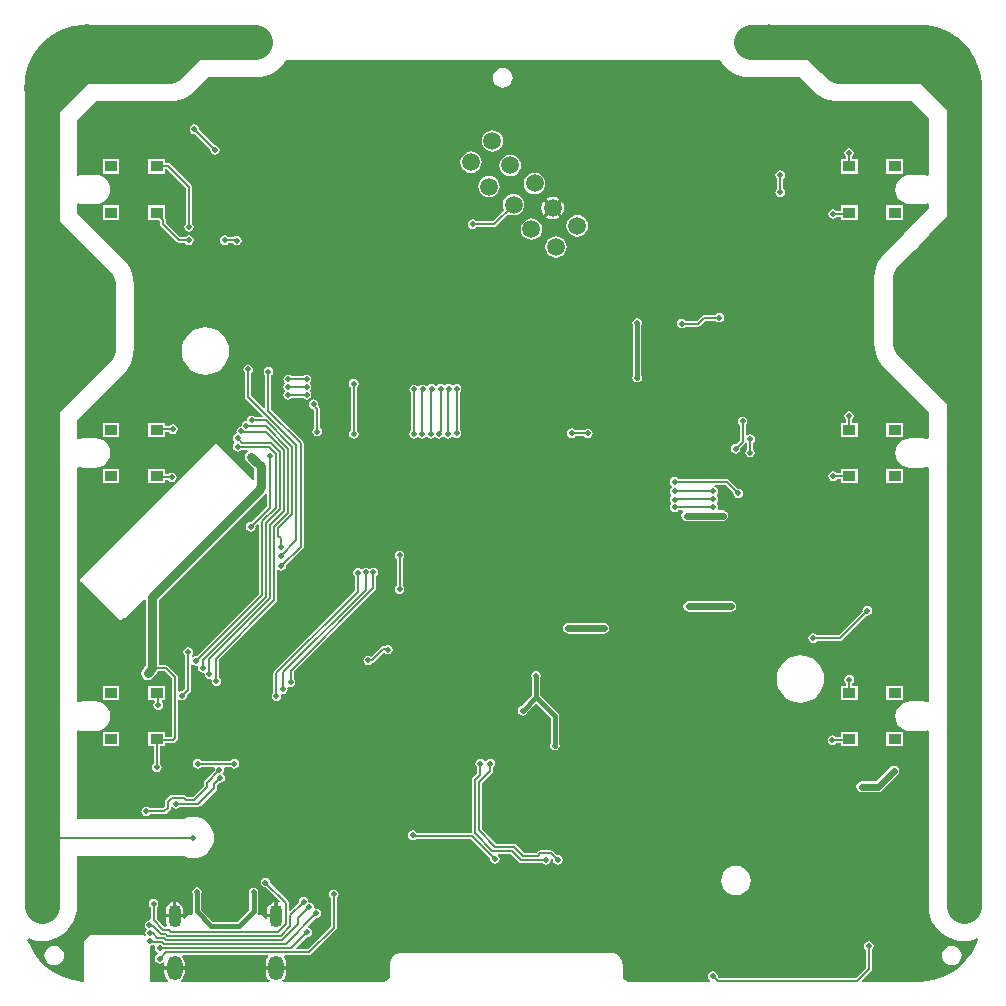
<source format=gbl>
G04*
G04 #@! TF.GenerationSoftware,Altium Limited,Altium Designer,22.2.1 (43)*
G04*
G04 Layer_Physical_Order=2*
G04 Layer_Color=16711680*
%FSLAX44Y44*%
%MOMM*%
G71*
G04*
G04 #@! TF.SameCoordinates,80BD8E33-26D1-4956-B551-9CA847AF0911*
G04*
G04*
G04 #@! TF.FilePolarity,Positive*
G04*
G01*
G75*
%ADD11C,0.2000*%
%ADD12C,0.6000*%
%ADD16C,0.4000*%
%ADD137C,0.8000*%
%ADD140C,1.5000*%
%ADD141O,1.3000X2.1000*%
%ADD142O,1.1000X1.9000*%
%ADD143C,0.5000*%
%ADD144C,0.6000*%
%ADD145C,3.0000*%
%ADD146R,1.1000X0.9000*%
G36*
X185655Y372812D02*
X188721Y369221D01*
X192312Y366155D01*
X196338Y363687D01*
X200701Y361880D01*
X205292Y360778D01*
X210000Y360407D01*
X223944D01*
X225196Y360363D01*
X225196Y360363D01*
X226466Y360407D01*
X246233Y360395D01*
X251327Y360392D01*
X263559Y348539D01*
X265196Y347184D01*
X266812Y345804D01*
X267014Y345681D01*
X267197Y345529D01*
X269026Y344447D01*
X270838Y343337D01*
X271057Y343246D01*
X271262Y343126D01*
X273238Y342343D01*
X275201Y341530D01*
X275431Y341475D01*
X275652Y341387D01*
X277726Y340924D01*
X279792Y340428D01*
X280029Y340409D01*
X280261Y340357D01*
X282381Y340224D01*
X284500Y340057D01*
X346523D01*
X360407Y326173D01*
Y277933D01*
X359352Y277227D01*
X358263Y277678D01*
X355000Y278108D01*
X345000D01*
X341737Y277678D01*
X338696Y276419D01*
X336085Y274415D01*
X334081Y271804D01*
X332822Y268763D01*
X332392Y265500D01*
X332822Y262237D01*
X334081Y259196D01*
X336085Y256585D01*
X338696Y254581D01*
X341737Y253322D01*
X345000Y252892D01*
X355000D01*
X358263Y253322D01*
X359352Y253773D01*
X360407Y253067D01*
Y249465D01*
X342471Y231529D01*
X339404Y227938D01*
X339047Y227354D01*
X323221Y211529D01*
X320154Y207938D01*
X317687Y203912D01*
X315880Y199549D01*
X314778Y194957D01*
X314407Y190250D01*
X314407Y190250D01*
Y135751D01*
X314407Y135750D01*
X314778Y131043D01*
X315880Y126451D01*
X317687Y122088D01*
X320154Y118062D01*
X323221Y114471D01*
X341008Y96685D01*
X342471Y94971D01*
X360407Y77035D01*
Y54933D01*
X359352Y54227D01*
X358263Y54678D01*
X355000Y55108D01*
X345000D01*
X341737Y54678D01*
X338696Y53419D01*
X336085Y51415D01*
X334081Y48804D01*
X332822Y45763D01*
X332392Y42500D01*
X332822Y39237D01*
X334081Y36196D01*
X336085Y33585D01*
X338696Y31581D01*
X341737Y30322D01*
X345000Y29892D01*
X355000D01*
X358263Y30322D01*
X359352Y30773D01*
X360407Y30067D01*
X360407Y-168067D01*
X359351Y-168773D01*
X358263Y-168322D01*
X355000Y-167892D01*
X345000D01*
X341737Y-168322D01*
X338696Y-169581D01*
X336085Y-171585D01*
X334081Y-174196D01*
X332822Y-177237D01*
X332392Y-180500D01*
X332822Y-183763D01*
X334081Y-186804D01*
X336085Y-189415D01*
X338696Y-191419D01*
X341737Y-192678D01*
X345000Y-193108D01*
X355000D01*
X358263Y-192678D01*
X359351Y-192227D01*
X360407Y-192933D01*
Y-340750D01*
X360778Y-345457D01*
X361880Y-350049D01*
X363687Y-354412D01*
X366155Y-358438D01*
X369221Y-362029D01*
X372812Y-365095D01*
X376838Y-367563D01*
X381201Y-369370D01*
X385793Y-370472D01*
X390500Y-370843D01*
X395208Y-370472D01*
X399799Y-369370D01*
X401622Y-368615D01*
X402536Y-369497D01*
X400670Y-374498D01*
X397049Y-381130D01*
X392521Y-387179D01*
X387179Y-392521D01*
X381130Y-397049D01*
X374498Y-400670D01*
X367419Y-403311D01*
X360036Y-404917D01*
X352427Y-405461D01*
X304303D01*
X303817Y-404288D01*
X311552Y-396552D01*
X312105Y-395726D01*
X312299Y-394750D01*
Y-378108D01*
X312634Y-377884D01*
X313518Y-376561D01*
X313828Y-375000D01*
X313518Y-373439D01*
X312634Y-372116D01*
X311311Y-371232D01*
X309750Y-370922D01*
X308189Y-371232D01*
X306866Y-372116D01*
X305982Y-373439D01*
X305672Y-375000D01*
X305982Y-376561D01*
X306866Y-377884D01*
X307201Y-378108D01*
Y-393694D01*
X298944Y-401951D01*
X182806D01*
X181750Y-400895D01*
X181828Y-400500D01*
X181518Y-398939D01*
X180634Y-397616D01*
X179311Y-396732D01*
X177750Y-396422D01*
X176189Y-396732D01*
X174866Y-397616D01*
X173982Y-398939D01*
X173672Y-400500D01*
X173982Y-402061D01*
X174866Y-403384D01*
X175077Y-403524D01*
X175387Y-405251D01*
X175236Y-405461D01*
X107415D01*
X105976Y-405299D01*
X104719Y-404859D01*
X103592Y-404150D01*
X102650Y-403208D01*
X101941Y-402081D01*
X101501Y-400824D01*
X101339Y-399385D01*
Y-391000D01*
X101316Y-390887D01*
X101326Y-390772D01*
X101126Y-388992D01*
X101056Y-388773D01*
X101024Y-388546D01*
X100432Y-386855D01*
X100316Y-386658D01*
X100234Y-386444D01*
X99281Y-384927D01*
X99124Y-384761D01*
X98996Y-384570D01*
X97730Y-383303D01*
X97539Y-383176D01*
X97373Y-383019D01*
X95856Y-382066D01*
X95642Y-381984D01*
X95445Y-381868D01*
X93754Y-381276D01*
X93527Y-381244D01*
X93308Y-381174D01*
X91528Y-380974D01*
X91413Y-380983D01*
X91300Y-380961D01*
X-85800D01*
X-85913Y-380983D01*
X-86028Y-380974D01*
X-87809Y-381174D01*
X-88027Y-381244D01*
X-88254Y-381276D01*
X-89944Y-381868D01*
X-90142Y-381984D01*
X-90356Y-382066D01*
X-91873Y-383019D01*
X-92039Y-383176D01*
X-92230Y-383303D01*
X-93497Y-384570D01*
X-93624Y-384761D01*
X-93781Y-384927D01*
X-94734Y-386444D01*
X-94816Y-386658D01*
X-94932Y-386855D01*
X-95524Y-388546D01*
X-95556Y-388773D01*
X-95626Y-388992D01*
X-95826Y-390772D01*
X-95816Y-390887D01*
X-95839Y-391000D01*
Y-399385D01*
X-96001Y-400824D01*
X-96441Y-402081D01*
X-97149Y-403208D01*
X-98091Y-404150D01*
X-99219Y-404859D01*
X-100476Y-405299D01*
X-101915Y-405461D01*
X-186325D01*
X-186756Y-404191D01*
X-185937Y-403563D01*
X-184575Y-401787D01*
X-183718Y-399719D01*
X-183426Y-397500D01*
Y-395000D01*
X-200573D01*
Y-397500D01*
X-200281Y-399719D01*
X-199424Y-401787D01*
X-198062Y-403563D01*
X-197243Y-404191D01*
X-197674Y-405461D01*
X-272326D01*
X-272757Y-404191D01*
X-271938Y-403563D01*
X-270576Y-401787D01*
X-269719Y-399719D01*
X-269427Y-397500D01*
Y-395000D01*
X-286574D01*
Y-397500D01*
X-286282Y-399719D01*
X-285425Y-401787D01*
X-284063Y-403563D01*
X-283244Y-404191D01*
X-283675Y-405461D01*
X-299000D01*
X-299000Y-374784D01*
X-298750Y-374578D01*
X-297189Y-374268D01*
X-297110Y-374215D01*
X-296688Y-374299D01*
X-295084D01*
X-294343Y-375569D01*
X-294578Y-376750D01*
X-294268Y-378311D01*
X-293384Y-379634D01*
X-292061Y-380518D01*
X-291635Y-380603D01*
Y-381897D01*
X-292061Y-381982D01*
X-293384Y-382866D01*
X-294268Y-384189D01*
X-294578Y-385750D01*
X-294268Y-387311D01*
X-293384Y-388634D01*
X-292061Y-389518D01*
X-290500Y-389828D01*
X-288939Y-389518D01*
X-287753Y-388725D01*
X-287220Y-388891D01*
X-286551Y-389325D01*
X-286574Y-389500D01*
Y-392000D01*
X-269427D01*
Y-389500D01*
X-269719Y-387281D01*
X-270576Y-385214D01*
X-271454Y-384069D01*
X-270828Y-382799D01*
X-199172D01*
X-198546Y-384069D01*
X-199424Y-385214D01*
X-200281Y-387281D01*
X-200573Y-389500D01*
Y-392000D01*
X-183426D01*
Y-389500D01*
X-183718Y-387281D01*
X-184575Y-385214D01*
X-185453Y-384069D01*
X-184827Y-382799D01*
X-164000D01*
X-163025Y-382605D01*
X-162198Y-382052D01*
X-141573Y-361427D01*
X-141020Y-360600D01*
X-140826Y-359625D01*
Y-334441D01*
X-140366Y-334134D01*
X-139482Y-332811D01*
X-139172Y-331250D01*
X-139482Y-329689D01*
X-140366Y-328366D01*
X-141689Y-327482D01*
X-143250Y-327172D01*
X-144811Y-327482D01*
X-146134Y-328366D01*
X-147018Y-329689D01*
X-147328Y-331250D01*
X-147018Y-332811D01*
X-146134Y-334134D01*
X-145924Y-334274D01*
Y-358569D01*
X-165056Y-377701D01*
X-174937D01*
X-175423Y-376528D01*
X-166145Y-367250D01*
X-165750Y-367328D01*
X-164189Y-367018D01*
X-162866Y-366134D01*
X-161982Y-364811D01*
X-161672Y-363250D01*
X-161982Y-361689D01*
X-162866Y-360366D01*
X-164189Y-359482D01*
X-164725Y-359376D01*
X-165143Y-357998D01*
X-158395Y-351250D01*
X-158000Y-351328D01*
X-156439Y-351018D01*
X-155116Y-350134D01*
X-154232Y-348811D01*
X-153922Y-347250D01*
X-154232Y-345689D01*
X-155116Y-344366D01*
X-156439Y-343482D01*
X-158000Y-343172D01*
X-158745Y-343320D01*
X-159828Y-342250D01*
X-160138Y-340689D01*
X-161022Y-339366D01*
X-162345Y-338482D01*
X-163906Y-338172D01*
X-164762Y-337047D01*
X-164982Y-335939D01*
X-165866Y-334616D01*
X-167189Y-333732D01*
X-168750Y-333422D01*
X-170311Y-333732D01*
X-171634Y-334616D01*
X-172518Y-335939D01*
X-172828Y-337500D01*
X-172750Y-337895D01*
X-180277Y-345423D01*
X-181451Y-344936D01*
Y-338250D01*
X-181645Y-337275D01*
X-182197Y-336448D01*
X-197000Y-321645D01*
X-196922Y-321250D01*
X-197232Y-319689D01*
X-198116Y-318366D01*
X-199439Y-317482D01*
X-201000Y-317172D01*
X-202561Y-317482D01*
X-203884Y-318366D01*
X-204768Y-319689D01*
X-205078Y-321250D01*
X-204768Y-322811D01*
X-203884Y-324134D01*
X-202561Y-325018D01*
X-201000Y-325328D01*
X-200605Y-325250D01*
X-188839Y-337016D01*
X-189558Y-338093D01*
X-190042Y-337892D01*
X-190500Y-337832D01*
Y-349199D01*
X-192000D01*
Y-350700D01*
X-199564D01*
Y-351520D01*
X-199754Y-351594D01*
X-200834Y-351731D01*
X-201955Y-350054D01*
X-203857Y-348783D01*
X-206100Y-348337D01*
X-207129Y-348542D01*
X-207892Y-347399D01*
X-207703Y-347116D01*
X-207431Y-345750D01*
Y-331449D01*
X-207232Y-331150D01*
X-206922Y-329590D01*
X-207232Y-328029D01*
X-208116Y-326706D01*
X-209439Y-325822D01*
X-211000Y-325511D01*
X-212561Y-325822D01*
X-213884Y-326706D01*
X-214768Y-328029D01*
X-215078Y-329590D01*
X-214768Y-331150D01*
X-214569Y-331449D01*
Y-344272D01*
X-224728Y-354431D01*
X-245272D01*
X-255431Y-344272D01*
Y-331359D01*
X-255232Y-331061D01*
X-254922Y-329500D01*
X-255232Y-327939D01*
X-256116Y-326616D01*
X-257439Y-325732D01*
X-259000Y-325422D01*
X-260561Y-325732D01*
X-261884Y-326616D01*
X-262768Y-327939D01*
X-263078Y-329500D01*
X-262768Y-331061D01*
X-262569Y-331359D01*
Y-345750D01*
X-262297Y-347116D01*
X-262108Y-347399D01*
X-262871Y-348542D01*
X-263900Y-348337D01*
X-266143Y-348783D01*
X-268045Y-350054D01*
X-269166Y-351731D01*
X-270246Y-351594D01*
X-270436Y-351520D01*
Y-350700D01*
X-285565D01*
Y-353200D01*
X-285307Y-355157D01*
X-284552Y-356982D01*
X-284207Y-357431D01*
X-284833Y-358701D01*
X-286701D01*
X-293201Y-352201D01*
Y-342358D01*
X-292866Y-342134D01*
X-291982Y-340811D01*
X-291672Y-339250D01*
X-291982Y-337689D01*
X-292866Y-336366D01*
X-294189Y-335482D01*
X-295750Y-335172D01*
X-297311Y-335482D01*
X-298634Y-336366D01*
X-299518Y-337689D01*
X-299828Y-339250D01*
X-299518Y-340811D01*
X-298634Y-342134D01*
X-298299Y-342358D01*
Y-352066D01*
X-299250Y-353172D01*
X-300811Y-353482D01*
X-302134Y-354366D01*
X-303018Y-355689D01*
X-303328Y-357250D01*
X-303018Y-358811D01*
X-302134Y-360134D01*
X-302128Y-360138D01*
X-301634Y-360866D01*
X-302518Y-362189D01*
X-302828Y-363750D01*
X-302518Y-365311D01*
X-301886Y-366257D01*
X-301872Y-366332D01*
X-302132Y-366595D01*
X-303402Y-366599D01*
X-304000Y-366000D01*
X-349466Y-366000D01*
X-355000Y-371534D01*
Y-404345D01*
X-355929Y-405210D01*
X-360036Y-404917D01*
X-367419Y-403311D01*
X-374498Y-400670D01*
X-381130Y-397049D01*
X-387179Y-392521D01*
X-392521Y-387178D01*
X-397049Y-381130D01*
X-400670Y-374498D01*
X-402536Y-369497D01*
X-401622Y-368615D01*
X-399799Y-369370D01*
X-395208Y-370472D01*
X-390500Y-370843D01*
X-385793Y-370472D01*
X-381201Y-369370D01*
X-376838Y-367563D01*
X-372812Y-365095D01*
X-369221Y-362029D01*
X-366155Y-358438D01*
X-363687Y-354412D01*
X-361880Y-350049D01*
X-360778Y-345457D01*
X-360407Y-340750D01*
Y-299202D01*
X-269529D01*
X-268979Y-299496D01*
X-265681Y-300497D01*
X-262250Y-300835D01*
X-258819Y-300497D01*
X-255521Y-299496D01*
X-252481Y-297871D01*
X-249816Y-295684D01*
X-247629Y-293020D01*
X-246004Y-289979D01*
X-245003Y-286681D01*
X-244665Y-283250D01*
X-245003Y-279819D01*
X-246004Y-276521D01*
X-247629Y-273480D01*
X-249816Y-270816D01*
X-252481Y-268629D01*
X-255521Y-267004D01*
X-258819Y-266003D01*
X-262250Y-265665D01*
X-265681Y-266003D01*
X-268979Y-267004D01*
X-269061Y-267048D01*
X-360407D01*
Y-192933D01*
X-359351Y-192227D01*
X-358263Y-192678D01*
X-355000Y-193108D01*
X-345000D01*
X-341737Y-192678D01*
X-338696Y-191419D01*
X-336085Y-189415D01*
X-334081Y-186804D01*
X-332822Y-183763D01*
X-332392Y-180500D01*
X-332822Y-177237D01*
X-334081Y-174196D01*
X-336085Y-171585D01*
X-338696Y-169581D01*
X-341737Y-168322D01*
X-345000Y-167892D01*
X-355000D01*
X-358263Y-168322D01*
X-359351Y-168773D01*
X-360407Y-168067D01*
Y30067D01*
X-359351Y30773D01*
X-358263Y30322D01*
X-355000Y29892D01*
X-345000D01*
X-341737Y30322D01*
X-338696Y31581D01*
X-336085Y33585D01*
X-334081Y36196D01*
X-332822Y39237D01*
X-332392Y42500D01*
X-332822Y45763D01*
X-334081Y48804D01*
X-336085Y51415D01*
X-338696Y53419D01*
X-341737Y54678D01*
X-345000Y55108D01*
X-355000D01*
X-358263Y54678D01*
X-359351Y54227D01*
X-360407Y54933D01*
Y70285D01*
X-340971Y89721D01*
X-321221Y109471D01*
X-321221Y109471D01*
X-318155Y113062D01*
X-315687Y117088D01*
X-313880Y121451D01*
X-312778Y126043D01*
X-312407Y130750D01*
Y185250D01*
X-312778Y189957D01*
X-313880Y194549D01*
X-315687Y198912D01*
X-318155Y202938D01*
X-321221Y206529D01*
X-321221Y206529D01*
X-340971Y226279D01*
X-360407Y245715D01*
Y253067D01*
X-359351Y253773D01*
X-358263Y253322D01*
X-355000Y252892D01*
X-345000D01*
X-341737Y253322D01*
X-338696Y254581D01*
X-336085Y256585D01*
X-334081Y259196D01*
X-332822Y262237D01*
X-332392Y265500D01*
X-332822Y268763D01*
X-334081Y271804D01*
X-336085Y274415D01*
X-338696Y276419D01*
X-341737Y277678D01*
X-345000Y278108D01*
X-355000D01*
X-358263Y277678D01*
X-359351Y277227D01*
X-360407Y277933D01*
X-360407Y324436D01*
X-344785Y340058D01*
X-282850D01*
X-282849Y340058D01*
X-278142Y340429D01*
X-273550Y341531D01*
X-269188Y343338D01*
X-265161Y345805D01*
X-261570Y348872D01*
X-250035Y360407D01*
X-210000D01*
X-205292Y360778D01*
X-200701Y361880D01*
X-196338Y363687D01*
X-192312Y366155D01*
X-188721Y369221D01*
X-185655Y372812D01*
X-184007Y375500D01*
X184007D01*
X185655Y372812D01*
D02*
G37*
%LPC*%
G36*
X0Y368331D02*
X-2156Y368047D01*
X-4166Y367215D01*
X-5891Y365891D01*
X-7215Y364166D01*
X-8047Y362156D01*
X-8331Y360000D01*
X-8047Y357844D01*
X-7215Y355834D01*
X-5891Y354109D01*
X-4166Y352785D01*
X-2156Y351953D01*
X0Y351669D01*
X2156Y351953D01*
X4166Y352785D01*
X5891Y354109D01*
X7215Y355834D01*
X8047Y357844D01*
X8331Y360000D01*
X8047Y362156D01*
X7215Y364166D01*
X5891Y365891D01*
X4166Y367215D01*
X2156Y368047D01*
X0Y368331D01*
D02*
G37*
G36*
X-8960Y315709D02*
X-11310Y315400D01*
X-13499Y314493D01*
X-15379Y313050D01*
X-16822Y311170D01*
X-17729Y308981D01*
X-18038Y306632D01*
X-17729Y304282D01*
X-16822Y302093D01*
X-15379Y300213D01*
X-13499Y298770D01*
X-11310Y297863D01*
X-8960Y297554D01*
X-6611Y297863D01*
X-4422Y298770D01*
X-2542Y300213D01*
X-1099Y302093D01*
X-192Y304282D01*
X117Y306632D01*
X-192Y308981D01*
X-1099Y311170D01*
X-2542Y313050D01*
X-4422Y314493D01*
X-6611Y315400D01*
X-8960Y315709D01*
D02*
G37*
G36*
X-261250Y320578D02*
X-262811Y320268D01*
X-264134Y319384D01*
X-265018Y318061D01*
X-265328Y316500D01*
X-265018Y314939D01*
X-264134Y313616D01*
X-262811Y312732D01*
X-261250Y312422D01*
X-260855Y312500D01*
X-247750Y299395D01*
X-247828Y299000D01*
X-247518Y297439D01*
X-246634Y296116D01*
X-245311Y295232D01*
X-243750Y294922D01*
X-242189Y295232D01*
X-240866Y296116D01*
X-239982Y297439D01*
X-239672Y299000D01*
X-239982Y300561D01*
X-240866Y301884D01*
X-242189Y302768D01*
X-243750Y303078D01*
X-244145Y303000D01*
X-257250Y316105D01*
X-257172Y316500D01*
X-257482Y318061D01*
X-258366Y319384D01*
X-259689Y320268D01*
X-261250Y320578D01*
D02*
G37*
G36*
X-26921Y297749D02*
X-29271Y297439D01*
X-31460Y296532D01*
X-33340Y295090D01*
X-34783Y293210D01*
X-35689Y291021D01*
X-35999Y288671D01*
X-35689Y286322D01*
X-34783Y284132D01*
X-33340Y282252D01*
X-31460Y280810D01*
X-29271Y279903D01*
X-26921Y279593D01*
X-24571Y279903D01*
X-22382Y280810D01*
X-20502Y282252D01*
X-19060Y284132D01*
X-18153Y286322D01*
X-17843Y288671D01*
X-18153Y291021D01*
X-19060Y293210D01*
X-20502Y295090D01*
X-22382Y296532D01*
X-24571Y297439D01*
X-26921Y297749D01*
D02*
G37*
G36*
X338750Y291000D02*
X324750D01*
Y279000D01*
X338750D01*
Y291000D01*
D02*
G37*
G36*
X293000Y300328D02*
X291439Y300018D01*
X290116Y299134D01*
X289232Y297811D01*
X288922Y296250D01*
X289232Y294689D01*
X290116Y293366D01*
X290451Y293142D01*
Y291000D01*
X286250D01*
Y279000D01*
X300250D01*
Y291000D01*
X295549D01*
Y293142D01*
X295884Y293366D01*
X296768Y294689D01*
X297078Y296250D01*
X296768Y297811D01*
X295884Y299134D01*
X294561Y300018D01*
X293000Y300328D01*
D02*
G37*
G36*
X-324750Y291000D02*
X-338750D01*
Y279000D01*
X-324750D01*
Y291000D01*
D02*
G37*
G36*
X6172Y294920D02*
X3822Y294611D01*
X1633Y293704D01*
X-247Y292262D01*
X-1690Y290381D01*
X-2597Y288192D01*
X-2906Y285843D01*
X-2597Y283493D01*
X-1690Y281304D01*
X-247Y279424D01*
X1633Y277981D01*
X3822Y277074D01*
X6172Y276765D01*
X8521Y277074D01*
X10710Y277981D01*
X12590Y279424D01*
X14033Y281304D01*
X14940Y283493D01*
X15249Y285843D01*
X14940Y288192D01*
X14033Y290381D01*
X12590Y292262D01*
X10710Y293704D01*
X8521Y294611D01*
X6172Y294920D01*
D02*
G37*
G36*
X26960Y279788D02*
X24611Y279479D01*
X22422Y278572D01*
X20542Y277129D01*
X19099Y275249D01*
X18192Y273060D01*
X17883Y270711D01*
X18192Y268361D01*
X19099Y266172D01*
X20542Y264292D01*
X22422Y262849D01*
X24611Y261942D01*
X26960Y261633D01*
X29310Y261942D01*
X31499Y262849D01*
X33379Y264292D01*
X34822Y266172D01*
X35729Y268361D01*
X36038Y270711D01*
X35729Y273060D01*
X34822Y275249D01*
X33379Y277129D01*
X31499Y278572D01*
X29310Y279479D01*
X26960Y279788D01*
D02*
G37*
G36*
X234750Y281828D02*
X233189Y281518D01*
X231866Y280634D01*
X230982Y279311D01*
X230672Y277750D01*
X230982Y276189D01*
X231866Y274866D01*
X232201Y274642D01*
Y266108D01*
X231866Y265884D01*
X230982Y264561D01*
X230672Y263000D01*
X230982Y261439D01*
X231866Y260116D01*
X233189Y259232D01*
X234750Y258922D01*
X236311Y259232D01*
X237634Y260116D01*
X238518Y261439D01*
X238828Y263000D01*
X238518Y264561D01*
X237634Y265884D01*
X237299Y266108D01*
Y274642D01*
X237634Y274866D01*
X238518Y276189D01*
X238828Y277750D01*
X238518Y279311D01*
X237634Y280634D01*
X236311Y281518D01*
X234750Y281828D01*
D02*
G37*
G36*
X-11789Y276960D02*
X-14138Y276650D01*
X-16328Y275744D01*
X-18208Y274301D01*
X-19650Y272421D01*
X-20557Y270231D01*
X-20867Y267882D01*
X-20557Y265533D01*
X-19650Y263343D01*
X-18208Y261463D01*
X-16328Y260021D01*
X-14138Y259114D01*
X-11789Y258804D01*
X-9439Y259114D01*
X-7250Y260021D01*
X-5370Y261463D01*
X-3927Y263343D01*
X-3021Y265533D01*
X-2711Y267882D01*
X-3021Y270231D01*
X-3927Y272421D01*
X-5370Y274301D01*
X-7250Y275744D01*
X-9439Y276650D01*
X-11789Y276960D01*
D02*
G37*
G36*
X42093Y259503D02*
X39613Y259177D01*
X37302Y258220D01*
X36517Y257618D01*
X42093Y252043D01*
X47668Y257618D01*
X46884Y258220D01*
X44573Y259177D01*
X42093Y259503D01*
D02*
G37*
G36*
X300250Y252000D02*
X286250D01*
Y247299D01*
X282608D01*
X282384Y247634D01*
X281061Y248518D01*
X279500Y248828D01*
X277939Y248518D01*
X276616Y247634D01*
X275732Y246311D01*
X275422Y244750D01*
X275732Y243189D01*
X276616Y241866D01*
X277939Y240982D01*
X279500Y240672D01*
X281061Y240982D01*
X282384Y241866D01*
X282608Y242201D01*
X286250D01*
Y240000D01*
X300250D01*
Y252000D01*
D02*
G37*
G36*
X34396Y255497D02*
X33794Y254713D01*
X32837Y252402D01*
X32511Y249922D01*
X32837Y247442D01*
X33794Y245131D01*
X34396Y244347D01*
X39971Y249922D01*
X34396Y255497D01*
D02*
G37*
G36*
X49789Y255497D02*
X44214Y249922D01*
X49789Y244346D01*
X50391Y245131D01*
X51348Y247442D01*
X51674Y249922D01*
X51348Y252402D01*
X50391Y254713D01*
X49789Y255497D01*
D02*
G37*
G36*
X9000Y261828D02*
X6651Y261518D01*
X4461Y260611D01*
X2581Y259169D01*
X1139Y257289D01*
X232Y255099D01*
X-78Y252750D01*
X232Y250401D01*
X1056Y248411D01*
X-8556Y238799D01*
X-22392D01*
X-22616Y239134D01*
X-23939Y240018D01*
X-25500Y240328D01*
X-27061Y240018D01*
X-28384Y239134D01*
X-29268Y237811D01*
X-29578Y236250D01*
X-29268Y234689D01*
X-28384Y233366D01*
X-27061Y232482D01*
X-25500Y232172D01*
X-23939Y232482D01*
X-22616Y233366D01*
X-22392Y233701D01*
X-7500D01*
X-6525Y233895D01*
X-5698Y234448D01*
X4661Y244806D01*
X6651Y243982D01*
X9000Y243672D01*
X11350Y243982D01*
X13539Y244888D01*
X15419Y246331D01*
X16861Y248211D01*
X17768Y250401D01*
X18078Y252750D01*
X17768Y255099D01*
X16861Y257289D01*
X15419Y259169D01*
X13539Y260611D01*
X11350Y261518D01*
X9000Y261828D01*
D02*
G37*
G36*
X42093Y247800D02*
X36518Y242225D01*
X37302Y241623D01*
X39613Y240666D01*
X42093Y240340D01*
X44573Y240666D01*
X46884Y241623D01*
X47668Y242225D01*
X42093Y247800D01*
D02*
G37*
G36*
X338750Y252000D02*
X324750D01*
Y240000D01*
X338750D01*
Y252000D01*
D02*
G37*
G36*
X-324750D02*
X-338750D01*
Y240000D01*
X-324750D01*
Y252000D01*
D02*
G37*
G36*
X-286250Y291000D02*
X-300250D01*
Y279000D01*
X-286250D01*
Y283201D01*
X-284806D01*
X-268299Y266694D01*
Y236858D01*
X-268634Y236634D01*
X-269518Y235311D01*
X-269828Y233750D01*
X-269518Y232189D01*
X-268634Y230866D01*
X-267311Y229982D01*
X-265750Y229672D01*
X-264189Y229982D01*
X-262866Y230866D01*
X-261982Y232189D01*
X-261672Y233750D01*
X-261982Y235311D01*
X-262866Y236634D01*
X-263201Y236858D01*
Y267750D01*
X-263395Y268725D01*
X-263948Y269552D01*
X-281948Y287552D01*
X-282775Y288105D01*
X-283750Y288299D01*
X-286250D01*
Y291000D01*
D02*
G37*
G36*
X62882Y243867D02*
X60532Y243558D01*
X58343Y242651D01*
X56463Y241208D01*
X55020Y239328D01*
X54113Y237139D01*
X53804Y234790D01*
X54113Y232440D01*
X55020Y230251D01*
X56463Y228371D01*
X58343Y226928D01*
X60532Y226021D01*
X62882Y225712D01*
X65231Y226021D01*
X67420Y226928D01*
X69300Y228371D01*
X70743Y230251D01*
X71650Y232440D01*
X71959Y234790D01*
X71650Y237139D01*
X70743Y239328D01*
X69300Y241208D01*
X67420Y242651D01*
X65231Y243558D01*
X62882Y243867D01*
D02*
G37*
G36*
X24132Y241039D02*
X21783Y240729D01*
X19593Y239823D01*
X17713Y238380D01*
X16271Y236500D01*
X15364Y234311D01*
X15055Y231961D01*
X15364Y229612D01*
X16271Y227422D01*
X17713Y225542D01*
X19593Y224100D01*
X21783Y223193D01*
X24132Y222883D01*
X26482Y223193D01*
X28671Y224100D01*
X30551Y225542D01*
X31994Y227422D01*
X32900Y229612D01*
X33210Y231961D01*
X32900Y234311D01*
X31994Y236500D01*
X30551Y238380D01*
X28671Y239823D01*
X26482Y240729D01*
X24132Y241039D01*
D02*
G37*
G36*
X-286250Y252000D02*
X-300250D01*
Y240000D01*
X-291355D01*
X-290221Y238866D01*
Y236422D01*
X-290026Y235446D01*
X-289474Y234619D01*
X-276126Y221272D01*
X-275299Y220719D01*
X-274324Y220525D01*
X-269241D01*
X-268634Y219616D01*
X-267311Y218732D01*
X-265750Y218422D01*
X-264189Y218732D01*
X-262866Y219616D01*
X-261982Y220939D01*
X-261672Y222500D01*
X-261982Y224061D01*
X-262866Y225384D01*
X-264189Y226268D01*
X-265750Y226578D01*
X-267311Y226268D01*
X-268276Y225623D01*
X-273268D01*
X-285123Y237477D01*
Y239922D01*
X-285317Y240897D01*
X-285869Y241724D01*
X-286250Y242105D01*
Y252000D01*
D02*
G37*
G36*
X-235500Y226578D02*
X-237061Y226268D01*
X-238384Y225384D01*
X-239268Y224061D01*
X-239578Y222500D01*
X-239268Y220939D01*
X-238384Y219616D01*
X-237061Y218732D01*
X-235500Y218422D01*
X-233939Y218732D01*
X-232616Y219616D01*
X-232476Y219826D01*
X-228441D01*
X-228134Y219366D01*
X-226811Y218482D01*
X-225250Y218172D01*
X-223689Y218482D01*
X-222366Y219366D01*
X-221482Y220689D01*
X-221172Y222250D01*
X-221482Y223811D01*
X-222366Y225134D01*
X-223689Y226018D01*
X-225250Y226328D01*
X-226811Y226018D01*
X-228134Y225134D01*
X-228274Y224924D01*
X-232309D01*
X-232616Y225384D01*
X-233939Y226268D01*
X-235500Y226578D01*
D02*
G37*
G36*
X44921Y225907D02*
X42572Y225597D01*
X40382Y224690D01*
X38502Y223248D01*
X37060Y221368D01*
X36153Y219179D01*
X35843Y216829D01*
X36153Y214480D01*
X37060Y212290D01*
X38502Y210410D01*
X40382Y208968D01*
X42572Y208061D01*
X44921Y207751D01*
X47270Y208061D01*
X49460Y208968D01*
X51340Y210410D01*
X52783Y212290D01*
X53689Y214480D01*
X53999Y216829D01*
X53689Y219179D01*
X52783Y221368D01*
X51340Y223248D01*
X49460Y224690D01*
X47270Y225597D01*
X44921Y225907D01*
D02*
G37*
G36*
X183250Y161078D02*
X181689Y160768D01*
X180366Y159884D01*
X180142Y159549D01*
X170000D01*
X169025Y159355D01*
X168198Y158802D01*
X163944Y154549D01*
X154608D01*
X154384Y154884D01*
X153061Y155768D01*
X151500Y156078D01*
X149939Y155768D01*
X148616Y154884D01*
X147732Y153561D01*
X147422Y152000D01*
X147732Y150439D01*
X148616Y149116D01*
X149939Y148232D01*
X151500Y147922D01*
X153061Y148232D01*
X154384Y149116D01*
X154608Y149451D01*
X165000D01*
X165975Y149645D01*
X166802Y150198D01*
X171056Y154451D01*
X180142D01*
X180366Y154116D01*
X181689Y153232D01*
X183250Y152922D01*
X184811Y153232D01*
X186134Y154116D01*
X187018Y155439D01*
X187328Y157000D01*
X187018Y158561D01*
X186134Y159884D01*
X184811Y160768D01*
X183250Y161078D01*
D02*
G37*
G36*
X-251897Y148842D02*
X-255817Y148455D01*
X-259587Y147312D01*
X-263062Y145455D01*
X-266107Y142955D01*
X-268606Y139910D01*
X-270464Y136435D01*
X-271607Y132666D01*
X-271993Y128745D01*
X-271607Y124824D01*
X-270464Y121054D01*
X-268606Y117580D01*
X-266107Y114534D01*
X-263062Y112035D01*
X-259587Y110178D01*
X-255817Y109034D01*
X-251897Y108648D01*
X-247976Y109034D01*
X-244206Y110178D01*
X-240732Y112035D01*
X-237686Y114534D01*
X-235187Y117580D01*
X-233330Y121054D01*
X-232186Y124824D01*
X-231800Y128745D01*
X-232186Y132666D01*
X-233330Y136435D01*
X-235187Y139910D01*
X-237686Y142955D01*
X-240732Y145455D01*
X-244206Y147312D01*
X-247976Y148455D01*
X-251897Y148842D01*
D02*
G37*
G36*
X-166250Y108828D02*
X-167811Y108518D01*
X-169134Y107634D01*
X-169358Y107299D01*
X-178642D01*
X-178866Y107634D01*
X-180189Y108518D01*
X-181750Y108828D01*
X-183311Y108518D01*
X-184634Y107634D01*
X-185518Y106311D01*
X-185828Y104750D01*
X-185518Y103189D01*
X-185001Y102416D01*
X-184739Y101500D01*
X-185001Y100584D01*
X-185518Y99811D01*
X-185828Y98250D01*
X-185518Y96689D01*
X-184634Y95366D01*
Y94634D01*
X-185518Y93311D01*
X-185828Y91750D01*
X-185518Y90189D01*
X-184634Y88866D01*
X-183311Y87982D01*
X-181750Y87672D01*
X-180189Y87982D01*
X-178866Y88866D01*
X-178642Y89201D01*
X-169358D01*
X-169134Y88866D01*
X-167811Y87982D01*
X-166250Y87672D01*
X-164689Y87982D01*
X-163366Y88866D01*
X-162482Y90189D01*
X-162172Y91750D01*
X-162482Y93311D01*
X-163366Y94634D01*
Y95366D01*
X-162482Y96689D01*
X-162172Y98250D01*
X-162482Y99811D01*
X-163366Y101134D01*
Y101866D01*
X-162482Y103189D01*
X-162172Y104750D01*
X-162482Y106311D01*
X-163366Y107634D01*
X-164689Y108518D01*
X-166250Y108828D01*
D02*
G37*
G36*
X113750Y156328D02*
X112189Y156018D01*
X110866Y155134D01*
X109982Y153811D01*
X109672Y152250D01*
X109982Y150689D01*
X110181Y150391D01*
Y108067D01*
X109982Y107769D01*
X109672Y106208D01*
X109982Y104647D01*
X110866Y103324D01*
X112189Y102440D01*
X113750Y102130D01*
X115311Y102440D01*
X116634Y103324D01*
X117518Y104647D01*
X117828Y106208D01*
X117518Y107769D01*
X117319Y108067D01*
Y150391D01*
X117518Y150689D01*
X117828Y152250D01*
X117518Y153811D01*
X116634Y155134D01*
X115311Y156018D01*
X113750Y156328D01*
D02*
G37*
G36*
X-39250Y100828D02*
X-40811Y100518D01*
X-41757Y99886D01*
X-42625Y99725D01*
X-43493Y99886D01*
X-44439Y100518D01*
X-46000Y100828D01*
X-47561Y100518D01*
X-48884Y99634D01*
X-49616D01*
X-50939Y100518D01*
X-52500Y100828D01*
X-54061Y100518D01*
X-55384Y99634D01*
X-55611Y99293D01*
X-57139D01*
X-57366Y99634D01*
X-58689Y100518D01*
X-60250Y100828D01*
X-61811Y100518D01*
X-63134Y99634D01*
X-63528Y99043D01*
X-65056D01*
X-65116Y99134D01*
X-66439Y100018D01*
X-68000Y100328D01*
X-69561Y100018D01*
X-70884Y99134D01*
X-70989Y98976D01*
X-72259D01*
X-72365Y99134D01*
X-73688Y100018D01*
X-75249Y100328D01*
X-76810Y100018D01*
X-78133Y99134D01*
X-79017Y97811D01*
X-79327Y96250D01*
X-79017Y94689D01*
X-78133Y93366D01*
X-77798Y93142D01*
Y61857D01*
X-78133Y61633D01*
X-79017Y60310D01*
X-79327Y58749D01*
X-79017Y57188D01*
X-78133Y55865D01*
X-76810Y54981D01*
X-75249Y54671D01*
X-73688Y54981D01*
X-72365Y55865D01*
X-71802D01*
X-71044Y55556D01*
X-69811Y54732D01*
X-68250Y54422D01*
X-66689Y54732D01*
X-65366Y55616D01*
X-65260Y55775D01*
X-63990D01*
X-63884Y55616D01*
X-62561Y54732D01*
X-61000Y54422D01*
X-59439Y54732D01*
X-58116Y55616D01*
X-57384D01*
X-56061Y54732D01*
X-54500Y54422D01*
X-52939Y54732D01*
X-51616Y55616D01*
X-51055Y56456D01*
X-49667Y56571D01*
X-49586Y56543D01*
X-49134Y55866D01*
X-47811Y54982D01*
X-46250Y54672D01*
X-44689Y54982D01*
X-43366Y55866D01*
X-41814Y55903D01*
X-40811Y55232D01*
X-39250Y54922D01*
X-37689Y55232D01*
X-36366Y56116D01*
X-35482Y57439D01*
X-35172Y59000D01*
X-35482Y60561D01*
X-36366Y61884D01*
X-36701Y62108D01*
Y93642D01*
X-36366Y93866D01*
X-35482Y95189D01*
X-35172Y96750D01*
X-35482Y98311D01*
X-36366Y99634D01*
X-37689Y100518D01*
X-39250Y100828D01*
D02*
G37*
G36*
X-215750Y117328D02*
X-217311Y117018D01*
X-218634Y116134D01*
X-219518Y114811D01*
X-219828Y113250D01*
X-219518Y111689D01*
X-218634Y110366D01*
X-218299Y110142D01*
Y90070D01*
X-218105Y89094D01*
X-217552Y88267D01*
X-202998Y73713D01*
X-203484Y72539D01*
X-209466D01*
X-209690Y72874D01*
X-211013Y73758D01*
X-212574Y74069D01*
X-214134Y73758D01*
X-215457Y72874D01*
X-216341Y71551D01*
X-216652Y69990D01*
X-217818Y69343D01*
X-218730Y69162D01*
X-220054Y68278D01*
X-220938Y66955D01*
X-221248Y65394D01*
X-222248Y64702D01*
X-223261Y64501D01*
X-224584Y63617D01*
X-225468Y62294D01*
X-225778Y60733D01*
X-225468Y59172D01*
X-226506Y58440D01*
X-227473Y57794D01*
X-228357Y56471D01*
X-228668Y54910D01*
X-228357Y53350D01*
X-227508Y52078D01*
X-227337Y51743D01*
Y50665D01*
X-227384Y50634D01*
X-228268Y49311D01*
X-228578Y47750D01*
X-228268Y46189D01*
X-227384Y44866D01*
X-226061Y43982D01*
X-224500Y43672D01*
X-222939Y43982D01*
X-221616Y44866D01*
X-221392Y45201D01*
X-216279D01*
X-215894Y43931D01*
X-216965Y43215D01*
X-218181Y41396D01*
X-218608Y39250D01*
X-218181Y37104D01*
X-216965Y35285D01*
X-210471Y28790D01*
Y20288D01*
X-211644Y19802D01*
X-241241Y49399D01*
X-241902Y49841D01*
X-242683Y49996D01*
X-243463Y49841D01*
X-244125Y49399D01*
X-244125Y49399D01*
X-357262Y-63738D01*
X-357704Y-64400D01*
X-357859Y-65180D01*
X-357704Y-65961D01*
X-357262Y-66622D01*
X-325442Y-98442D01*
X-324780Y-98884D01*
X-324000Y-99039D01*
X-323220Y-98884D01*
X-322558Y-98442D01*
X-322558Y-98442D01*
X-321362Y-97245D01*
X-320616Y-97554D01*
X-319468Y-97079D01*
X-303531Y-81142D01*
X-302358Y-81628D01*
Y-137677D01*
X-303715Y-139035D01*
X-304219Y-139788D01*
X-304715Y-140285D01*
X-305931Y-142104D01*
X-306358Y-144250D01*
X-305931Y-146396D01*
X-304715Y-148215D01*
X-302896Y-149431D01*
X-300750Y-149858D01*
X-298604Y-149431D01*
X-296785Y-148215D01*
X-295785Y-147215D01*
X-295281Y-146462D01*
X-292785Y-143965D01*
X-291838Y-142549D01*
X-286056D01*
X-280049Y-148556D01*
Y-197694D01*
X-280556Y-198201D01*
X-286250D01*
Y-194000D01*
X-300250D01*
Y-206000D01*
X-295549D01*
Y-220642D01*
X-295884Y-220866D01*
X-296768Y-222189D01*
X-297078Y-223750D01*
X-296768Y-225311D01*
X-295884Y-226634D01*
X-294561Y-227518D01*
X-293000Y-227828D01*
X-291439Y-227518D01*
X-290116Y-226634D01*
X-289232Y-225311D01*
X-288922Y-223750D01*
X-289232Y-222189D01*
X-290116Y-220866D01*
X-290451Y-220642D01*
Y-206000D01*
X-286250D01*
Y-203299D01*
X-279500D01*
X-278524Y-203105D01*
X-277698Y-202552D01*
X-275698Y-200552D01*
X-275145Y-199725D01*
X-274951Y-198750D01*
Y-167032D01*
X-273681Y-166353D01*
X-273061Y-166768D01*
X-271500Y-167078D01*
X-269939Y-166768D01*
X-268616Y-165884D01*
X-267732Y-164561D01*
X-267422Y-163000D01*
X-267500Y-162605D01*
X-264698Y-159802D01*
X-264145Y-158975D01*
X-263951Y-158000D01*
Y-136699D01*
X-262681Y-136313D01*
X-262634Y-136384D01*
X-261311Y-137268D01*
X-259750Y-137578D01*
X-259117Y-137452D01*
X-259088Y-137466D01*
X-258140Y-138553D01*
X-258328Y-139500D01*
X-258018Y-141061D01*
X-257134Y-142384D01*
X-255811Y-143268D01*
X-254250Y-143578D01*
X-253563Y-143442D01*
X-252483Y-144522D01*
X-252578Y-145000D01*
X-252268Y-146561D01*
X-251384Y-147884D01*
X-250061Y-148768D01*
X-248500Y-149078D01*
X-247347Y-148849D01*
X-247157Y-148953D01*
X-246453Y-149657D01*
X-246349Y-149847D01*
X-246578Y-151000D01*
X-246268Y-152561D01*
X-245384Y-153884D01*
X-244061Y-154768D01*
X-242500Y-155078D01*
X-240939Y-154768D01*
X-239616Y-153884D01*
X-238732Y-152561D01*
X-238422Y-151000D01*
X-238732Y-149439D01*
X-239616Y-148116D01*
X-240451Y-147558D01*
Y-132655D01*
X-191698Y-83902D01*
X-191145Y-83075D01*
X-190951Y-82099D01*
Y-57032D01*
X-189681Y-56353D01*
X-189061Y-56768D01*
X-187500Y-57078D01*
X-185939Y-56768D01*
X-184616Y-55884D01*
X-183732Y-54561D01*
X-183422Y-53000D01*
X-183500Y-52605D01*
X-169448Y-38552D01*
X-168895Y-37726D01*
X-168701Y-36750D01*
Y50519D01*
X-168895Y51495D01*
X-169448Y52322D01*
X-195951Y78825D01*
Y108142D01*
X-195616Y108366D01*
X-194732Y109689D01*
X-194422Y111250D01*
X-194732Y112811D01*
X-195616Y114134D01*
X-196939Y115018D01*
X-198500Y115328D01*
X-200061Y115018D01*
X-201384Y114134D01*
X-202268Y112811D01*
X-202578Y111250D01*
X-202268Y109689D01*
X-201384Y108366D01*
X-201049Y108142D01*
Y80633D01*
X-202222Y80147D01*
X-213201Y91125D01*
Y110142D01*
X-212866Y110366D01*
X-211982Y111689D01*
X-211672Y113250D01*
X-211982Y114811D01*
X-212866Y116134D01*
X-214189Y117018D01*
X-215750Y117328D01*
D02*
G37*
G36*
X-286250Y68000D02*
X-300250D01*
Y56000D01*
X-286250D01*
Y59951D01*
X-282608D01*
X-282384Y59616D01*
X-281061Y58732D01*
X-279500Y58422D01*
X-277939Y58732D01*
X-276616Y59616D01*
X-275732Y60939D01*
X-275422Y62500D01*
X-275732Y64061D01*
X-276616Y65384D01*
X-277939Y66268D01*
X-279500Y66578D01*
X-281061Y66268D01*
X-282384Y65384D01*
X-282608Y65049D01*
X-286250D01*
Y68000D01*
D02*
G37*
G36*
X-160250Y87828D02*
X-161811Y87518D01*
X-163134Y86634D01*
X-164018Y85311D01*
X-164328Y83750D01*
X-164018Y82189D01*
X-163134Y80866D01*
X-161811Y79982D01*
X-160672Y79756D01*
X-159799Y78882D01*
Y63608D01*
X-160134Y63384D01*
X-161018Y62061D01*
X-161328Y60500D01*
X-161018Y58939D01*
X-160134Y57616D01*
X-158811Y56732D01*
X-157250Y56422D01*
X-155689Y56732D01*
X-154366Y57616D01*
X-153482Y58939D01*
X-153172Y60500D01*
X-153482Y62061D01*
X-154366Y63384D01*
X-154701Y63608D01*
Y79938D01*
X-154895Y80914D01*
X-155448Y81741D01*
X-156385Y82678D01*
X-156172Y83750D01*
X-156482Y85311D01*
X-157366Y86634D01*
X-158689Y87518D01*
X-160250Y87828D01*
D02*
G37*
G36*
X338750Y68000D02*
X324750D01*
Y56000D01*
X338750D01*
Y68000D01*
D02*
G37*
G36*
X293000Y77828D02*
X291439Y77518D01*
X290116Y76634D01*
X289232Y75311D01*
X288922Y73750D01*
X289232Y72189D01*
X290116Y70866D01*
X290451Y70642D01*
Y68000D01*
X286250D01*
Y56000D01*
X300250D01*
Y68000D01*
X295549D01*
Y70642D01*
X295884Y70866D01*
X296768Y72189D01*
X297078Y73750D01*
X296768Y75311D01*
X295884Y76634D01*
X294561Y77518D01*
X293000Y77828D01*
D02*
G37*
G36*
X-324750Y68000D02*
X-338750D01*
Y56000D01*
X-324750D01*
Y68000D01*
D02*
G37*
G36*
X58250Y63328D02*
X56689Y63018D01*
X55366Y62134D01*
X54482Y60811D01*
X54172Y59250D01*
X54482Y57689D01*
X55366Y56366D01*
X56689Y55482D01*
X58250Y55172D01*
X59811Y55482D01*
X61134Y56366D01*
X61358Y56701D01*
X68725D01*
X69116Y56116D01*
X70439Y55232D01*
X72000Y54922D01*
X73561Y55232D01*
X74884Y56116D01*
X75768Y57439D01*
X76078Y59000D01*
X75768Y60561D01*
X74884Y61884D01*
X73561Y62768D01*
X72000Y63078D01*
X70439Y62768D01*
X69116Y61884D01*
X69060Y61799D01*
X61358D01*
X61134Y62134D01*
X59811Y63018D01*
X58250Y63328D01*
D02*
G37*
G36*
X-126250Y105078D02*
X-127811Y104768D01*
X-129134Y103884D01*
X-130018Y102561D01*
X-130328Y101000D01*
X-130018Y99439D01*
X-129134Y98116D01*
X-128799Y97892D01*
Y61608D01*
X-129134Y61384D01*
X-130018Y60061D01*
X-130328Y58500D01*
X-130018Y56939D01*
X-129134Y55616D01*
X-127811Y54732D01*
X-126250Y54422D01*
X-124689Y54732D01*
X-123366Y55616D01*
X-122482Y56939D01*
X-122172Y58500D01*
X-122482Y60061D01*
X-123366Y61384D01*
X-123701Y61608D01*
Y97892D01*
X-123366Y98116D01*
X-122482Y99439D01*
X-122172Y101000D01*
X-122482Y102561D01*
X-123366Y103884D01*
X-124689Y104768D01*
X-126250Y105078D01*
D02*
G37*
G36*
X203000Y73328D02*
X201439Y73018D01*
X200116Y72134D01*
X199232Y70811D01*
X198922Y69250D01*
X199232Y67689D01*
X200116Y66366D01*
X200451Y66142D01*
Y53056D01*
X197395Y50000D01*
X197000Y50078D01*
X195439Y49768D01*
X194116Y48884D01*
X193232Y47561D01*
X192922Y46000D01*
X193232Y44439D01*
X194116Y43116D01*
X195439Y42232D01*
X197000Y41922D01*
X198561Y42232D01*
X199884Y43116D01*
X200768Y44439D01*
X201078Y46000D01*
X201000Y46395D01*
X204802Y50198D01*
X205355Y51024D01*
X205556Y51079D01*
X206505Y50521D01*
X206826Y50040D01*
Y45941D01*
X206366Y45634D01*
X205482Y44311D01*
X205172Y42750D01*
X205482Y41189D01*
X206366Y39866D01*
X207689Y38982D01*
X209250Y38672D01*
X210811Y38982D01*
X212134Y39866D01*
X213018Y41189D01*
X213328Y42750D01*
X213018Y44311D01*
X212134Y45634D01*
X211924Y45774D01*
Y51059D01*
X212384Y51366D01*
X213268Y52689D01*
X213578Y54250D01*
X213268Y55811D01*
X212384Y57134D01*
X211061Y58018D01*
X209500Y58328D01*
X207939Y58018D01*
X206819Y57269D01*
X206051Y57499D01*
X205549Y57823D01*
Y66142D01*
X205884Y66366D01*
X206768Y67689D01*
X207078Y69250D01*
X206768Y70811D01*
X205884Y72134D01*
X204561Y73018D01*
X203000Y73328D01*
D02*
G37*
G36*
X300250Y29000D02*
X286250D01*
Y25299D01*
X282858D01*
X282634Y25634D01*
X281311Y26518D01*
X279750Y26828D01*
X278189Y26518D01*
X276866Y25634D01*
X275982Y24311D01*
X275672Y22750D01*
X275982Y21189D01*
X276866Y19866D01*
X278189Y18982D01*
X279750Y18672D01*
X281311Y18982D01*
X282634Y19866D01*
X282858Y20201D01*
X286250D01*
Y17000D01*
X300250D01*
Y29000D01*
D02*
G37*
G36*
X-286250D02*
X-300250D01*
Y17000D01*
X-286250D01*
Y19201D01*
X-283358D01*
X-283134Y18866D01*
X-281811Y17982D01*
X-280250Y17672D01*
X-278689Y17982D01*
X-277366Y18866D01*
X-276482Y20189D01*
X-276172Y21750D01*
X-276482Y23311D01*
X-277366Y24634D01*
X-278689Y25518D01*
X-280250Y25828D01*
X-281811Y25518D01*
X-283134Y24634D01*
X-283358Y24299D01*
X-286250D01*
Y29000D01*
D02*
G37*
G36*
X338750D02*
X324750D01*
Y17000D01*
X338750D01*
Y29000D01*
D02*
G37*
G36*
X-324750D02*
X-338750D01*
Y17000D01*
X-324750D01*
Y29000D01*
D02*
G37*
G36*
X145500Y22078D02*
X143939Y21768D01*
X142616Y20884D01*
X141732Y19561D01*
X141422Y18000D01*
X141732Y16439D01*
X142616Y15116D01*
X143055Y14823D01*
Y13296D01*
X142545Y12955D01*
X141661Y11632D01*
X141351Y10071D01*
X141661Y8510D01*
X142464Y7309D01*
X142616Y6844D01*
Y5884D01*
X141732Y4561D01*
X141422Y3000D01*
X141732Y1439D01*
X142249Y666D01*
X142511Y-250D01*
X142249Y-1166D01*
X141732Y-1939D01*
X141422Y-3500D01*
X141732Y-5061D01*
X142616Y-6384D01*
X143939Y-7268D01*
X145500Y-7578D01*
X147061Y-7268D01*
X148384Y-6384D01*
X148608Y-6049D01*
X152026D01*
X152390Y-6964D01*
X152463Y-7319D01*
X151511Y-8744D01*
X151162Y-10500D01*
X151511Y-12256D01*
X152506Y-13744D01*
X153994Y-14739D01*
X155750Y-15088D01*
X186000D01*
X187756Y-14739D01*
X189244Y-13744D01*
X190239Y-12256D01*
X190588Y-10500D01*
X190239Y-8744D01*
X189244Y-7256D01*
X187756Y-6261D01*
X186000Y-5912D01*
X182860D01*
X182101Y-4642D01*
X182328Y-3500D01*
X182018Y-1939D01*
X181386Y-993D01*
X181225Y-125D01*
X181386Y743D01*
X182018Y1689D01*
X182328Y3250D01*
X182018Y4811D01*
X181134Y6134D01*
X181098Y6158D01*
Y6826D01*
X181229Y7598D01*
X181982Y8725D01*
X182293Y10286D01*
X181982Y11846D01*
X181098Y13169D01*
X179775Y14053D01*
X179134Y14181D01*
X179259Y15451D01*
X188694D01*
X195292Y8854D01*
X195172Y8250D01*
X195482Y6689D01*
X196366Y5366D01*
X197689Y4482D01*
X199250Y4172D01*
X200811Y4482D01*
X202134Y5366D01*
X203018Y6689D01*
X203328Y8250D01*
X203018Y9811D01*
X202134Y11134D01*
X200811Y12018D01*
X199250Y12328D01*
X199063Y12291D01*
X191552Y19802D01*
X190725Y20355D01*
X189750Y20549D01*
X148608D01*
X148384Y20884D01*
X147061Y21768D01*
X145500Y22078D01*
D02*
G37*
G36*
X-109750Y-54672D02*
X-111311Y-54982D01*
X-112634Y-55866D01*
X-113366D01*
X-114689Y-54982D01*
X-116250Y-54672D01*
X-117811Y-54982D01*
X-118705Y-55580D01*
X-119860Y-56137D01*
X-121184Y-55253D01*
X-122744Y-54942D01*
X-124305Y-55253D01*
X-125628Y-56137D01*
X-126512Y-57460D01*
X-126823Y-59021D01*
X-126512Y-60581D01*
X-125628Y-61904D01*
X-125293Y-62128D01*
Y-73789D01*
X-193552Y-142048D01*
X-194105Y-142875D01*
X-194299Y-143851D01*
Y-160392D01*
X-194634Y-160616D01*
X-195518Y-161939D01*
X-195828Y-163500D01*
X-195518Y-165061D01*
X-194634Y-166384D01*
X-193311Y-167268D01*
X-191750Y-167578D01*
X-190189Y-167268D01*
X-188866Y-166384D01*
X-187982Y-165061D01*
X-187672Y-163500D01*
X-187861Y-162546D01*
X-186922Y-161462D01*
X-186884Y-161445D01*
X-186214Y-161578D01*
X-184653Y-161268D01*
X-183330Y-160384D01*
X-182446Y-159061D01*
X-182136Y-157500D01*
X-182367Y-156340D01*
X-181322Y-155511D01*
X-181311Y-155518D01*
X-179750Y-155828D01*
X-178189Y-155518D01*
X-176866Y-154634D01*
X-175982Y-153311D01*
X-175672Y-151750D01*
X-175982Y-150189D01*
X-176866Y-148866D01*
X-177201Y-148642D01*
Y-142806D01*
X-107948Y-73552D01*
X-107395Y-72725D01*
X-107201Y-71750D01*
Y-61858D01*
X-106866Y-61634D01*
X-105982Y-60311D01*
X-105672Y-58750D01*
X-105982Y-57189D01*
X-106866Y-55866D01*
X-108189Y-54982D01*
X-109750Y-54672D01*
D02*
G37*
G36*
X-87500Y-40172D02*
X-89061Y-40482D01*
X-90384Y-41366D01*
X-91268Y-42689D01*
X-91578Y-44250D01*
X-91268Y-45811D01*
X-90384Y-47134D01*
X-90049Y-47358D01*
Y-69892D01*
X-90384Y-70116D01*
X-91268Y-71439D01*
X-91578Y-73000D01*
X-91268Y-74561D01*
X-90384Y-75884D01*
X-89061Y-76768D01*
X-87500Y-77078D01*
X-85939Y-76768D01*
X-84616Y-75884D01*
X-83732Y-74561D01*
X-83422Y-73000D01*
X-83732Y-71439D01*
X-84616Y-70116D01*
X-84951Y-69892D01*
Y-47358D01*
X-84616Y-47134D01*
X-83732Y-45811D01*
X-83422Y-44250D01*
X-83732Y-42689D01*
X-84616Y-41366D01*
X-85939Y-40482D01*
X-87500Y-40172D01*
D02*
G37*
G36*
X193000Y-82912D02*
X157250D01*
X155494Y-83261D01*
X154006Y-84256D01*
X153011Y-85744D01*
X152662Y-87500D01*
X153011Y-89256D01*
X154006Y-90744D01*
X155494Y-91739D01*
X157250Y-92088D01*
X193000D01*
X194756Y-91739D01*
X196244Y-90744D01*
X197239Y-89256D01*
X197588Y-87500D01*
X197239Y-85744D01*
X196244Y-84256D01*
X194756Y-83261D01*
X193000Y-82912D01*
D02*
G37*
G36*
X308500Y-87172D02*
X306939Y-87482D01*
X305616Y-88366D01*
X304732Y-89689D01*
X304422Y-91250D01*
X304500Y-91645D01*
X284444Y-111701D01*
X265858D01*
X265634Y-111366D01*
X264311Y-110482D01*
X262750Y-110172D01*
X261189Y-110482D01*
X259866Y-111366D01*
X258982Y-112689D01*
X258672Y-114250D01*
X258982Y-115811D01*
X259866Y-117134D01*
X261189Y-118018D01*
X262750Y-118328D01*
X264311Y-118018D01*
X265634Y-117134D01*
X265858Y-116799D01*
X285500D01*
X286476Y-116605D01*
X287302Y-116052D01*
X308105Y-95250D01*
X308500Y-95328D01*
X310061Y-95018D01*
X311384Y-94134D01*
X312268Y-92811D01*
X312578Y-91250D01*
X312268Y-89689D01*
X311384Y-88366D01*
X310061Y-87482D01*
X308500Y-87172D01*
D02*
G37*
G36*
X55500Y-101162D02*
X53744Y-101511D01*
X52256Y-102506D01*
X51261Y-103994D01*
X50912Y-105750D01*
X51261Y-107506D01*
X52256Y-108994D01*
X52506Y-109244D01*
X53994Y-110239D01*
X55750Y-110588D01*
X85250D01*
X87006Y-110239D01*
X88494Y-109244D01*
X89489Y-107756D01*
X89838Y-106000D01*
X89489Y-104244D01*
X88494Y-102756D01*
X87006Y-101761D01*
X85250Y-101412D01*
X56757D01*
X55500Y-101162D01*
D02*
G37*
G36*
X-97250Y-119922D02*
X-98811Y-120232D01*
X-100078Y-121079D01*
X-101401D01*
X-102376Y-121273D01*
X-103203Y-121825D01*
X-111593Y-130215D01*
X-112689Y-129482D01*
X-114250Y-129172D01*
X-115811Y-129482D01*
X-117134Y-130366D01*
X-118018Y-131689D01*
X-118328Y-133250D01*
X-118018Y-134811D01*
X-117134Y-136134D01*
X-115811Y-137018D01*
X-114250Y-137328D01*
X-112689Y-137018D01*
X-111366Y-136134D01*
X-110958Y-135523D01*
X-110747D01*
X-109772Y-135329D01*
X-108945Y-134777D01*
X-100970Y-126802D01*
X-100134Y-126884D01*
X-98811Y-127768D01*
X-97250Y-128078D01*
X-95689Y-127768D01*
X-94366Y-126884D01*
X-93482Y-125561D01*
X-93172Y-124000D01*
X-93482Y-122439D01*
X-94366Y-121116D01*
X-95689Y-120232D01*
X-97250Y-119922D01*
D02*
G37*
G36*
X338750Y-155000D02*
X324750D01*
Y-167000D01*
X338750D01*
Y-155000D01*
D02*
G37*
G36*
X293250Y-145422D02*
X291689Y-145732D01*
X290366Y-146616D01*
X289482Y-147939D01*
X289172Y-149500D01*
X289482Y-151061D01*
X290366Y-152384D01*
X290701Y-152608D01*
Y-155000D01*
X286250D01*
Y-167000D01*
X300250D01*
Y-155000D01*
X295799D01*
Y-152608D01*
X296134Y-152384D01*
X297018Y-151061D01*
X297328Y-149500D01*
X297018Y-147939D01*
X296134Y-146616D01*
X294811Y-145732D01*
X293250Y-145422D01*
D02*
G37*
G36*
X-324750Y-155000D02*
X-338750D01*
Y-167000D01*
X-324750D01*
Y-155000D01*
D02*
G37*
G36*
X251897Y-128648D02*
X247976Y-129034D01*
X244206Y-130178D01*
X240732Y-132035D01*
X237686Y-134534D01*
X235187Y-137580D01*
X233330Y-141054D01*
X232186Y-144824D01*
X231800Y-148745D01*
X232186Y-152666D01*
X233330Y-156435D01*
X235187Y-159910D01*
X237686Y-162955D01*
X240732Y-165455D01*
X244206Y-167312D01*
X247976Y-168455D01*
X251897Y-168842D01*
X255817Y-168455D01*
X259587Y-167312D01*
X263062Y-165455D01*
X266107Y-162955D01*
X268606Y-159910D01*
X270464Y-156435D01*
X271607Y-152666D01*
X271993Y-148745D01*
X271607Y-144824D01*
X270464Y-141054D01*
X268606Y-137580D01*
X266107Y-134534D01*
X263062Y-132035D01*
X259587Y-130178D01*
X255817Y-129034D01*
X251897Y-128648D01*
D02*
G37*
G36*
X-286250Y-155000D02*
X-300250D01*
Y-167000D01*
X-295249D01*
X-294912Y-167611D01*
X-294737Y-168270D01*
X-295518Y-169439D01*
X-295828Y-171000D01*
X-295518Y-172561D01*
X-294634Y-173884D01*
X-293311Y-174768D01*
X-291750Y-175078D01*
X-290189Y-174768D01*
X-288866Y-173884D01*
X-287982Y-172561D01*
X-287672Y-171000D01*
X-287982Y-169439D01*
X-288763Y-168270D01*
X-288588Y-167611D01*
X-288251Y-167000D01*
X-286250D01*
Y-155000D01*
D02*
G37*
G36*
X300250Y-194000D02*
X286250D01*
Y-198201D01*
X282108D01*
X281884Y-197866D01*
X280561Y-196982D01*
X279000Y-196672D01*
X277439Y-196982D01*
X276116Y-197866D01*
X275232Y-199189D01*
X274922Y-200750D01*
X275232Y-202311D01*
X276116Y-203634D01*
X277439Y-204518D01*
X279000Y-204828D01*
X280561Y-204518D01*
X281884Y-203634D01*
X282108Y-203299D01*
X286250D01*
Y-206000D01*
X300250D01*
Y-194000D01*
D02*
G37*
G36*
X338750D02*
X324750D01*
Y-206000D01*
X338750D01*
Y-194000D01*
D02*
G37*
G36*
X-324750D02*
X-338750D01*
Y-206000D01*
X-324750D01*
Y-194000D01*
D02*
G37*
G36*
X28000Y-142172D02*
X26439Y-142482D01*
X25116Y-143366D01*
X24232Y-144689D01*
X23922Y-146250D01*
X24232Y-147811D01*
X24431Y-148109D01*
Y-163022D01*
X15541Y-171912D01*
X15189Y-171982D01*
X13866Y-172866D01*
X12982Y-174189D01*
X12672Y-175750D01*
X12982Y-177311D01*
X13866Y-178634D01*
X15189Y-179518D01*
X16750Y-179828D01*
X18311Y-179518D01*
X19634Y-178634D01*
X20518Y-177311D01*
X20588Y-176959D01*
X28000Y-169547D01*
X40431Y-181978D01*
Y-203391D01*
X40232Y-203689D01*
X39922Y-205250D01*
X40232Y-206811D01*
X41116Y-208134D01*
X42439Y-209018D01*
X44000Y-209328D01*
X45561Y-209018D01*
X46884Y-208134D01*
X47768Y-206811D01*
X48078Y-205250D01*
X47768Y-203689D01*
X47569Y-203391D01*
Y-180500D01*
X47297Y-179134D01*
X46523Y-177977D01*
X31569Y-163022D01*
Y-148109D01*
X31768Y-147811D01*
X32078Y-146250D01*
X31768Y-144689D01*
X30884Y-143366D01*
X29561Y-142482D01*
X28000Y-142172D01*
D02*
G37*
G36*
X-227250Y-216672D02*
X-228811Y-216982D01*
X-230134Y-217866D01*
X-230358Y-218201D01*
X-255142D01*
X-255366Y-217866D01*
X-256689Y-216982D01*
X-258250Y-216672D01*
X-259811Y-216982D01*
X-261134Y-217866D01*
X-262018Y-219189D01*
X-262328Y-220750D01*
X-262018Y-222311D01*
X-261134Y-223634D01*
X-259811Y-224518D01*
X-258250Y-224828D01*
X-256689Y-224518D01*
X-255366Y-223634D01*
X-255142Y-223299D01*
X-244584D01*
X-243843Y-224569D01*
X-244078Y-225750D01*
X-244000Y-226145D01*
X-252625Y-234770D01*
X-253177Y-235597D01*
X-253372Y-236572D01*
Y-239446D01*
X-262377Y-248451D01*
X-267444D01*
X-268198Y-247698D01*
X-269025Y-247145D01*
X-270000Y-246951D01*
X-280500D01*
X-281475Y-247145D01*
X-282302Y-247698D01*
X-285551Y-250946D01*
X-286103Y-251773D01*
X-286297Y-252749D01*
Y-256693D01*
X-288056Y-258451D01*
X-298892D01*
X-299116Y-258116D01*
X-300439Y-257232D01*
X-302000Y-256922D01*
X-303561Y-257232D01*
X-304884Y-258116D01*
X-305768Y-259439D01*
X-306078Y-261000D01*
X-305768Y-262561D01*
X-304884Y-263884D01*
X-303561Y-264768D01*
X-302000Y-265078D01*
X-300439Y-264768D01*
X-299116Y-263884D01*
X-298892Y-263549D01*
X-287000D01*
X-286024Y-263355D01*
X-285198Y-262802D01*
X-281946Y-259551D01*
X-281394Y-258724D01*
X-281199Y-257749D01*
Y-256952D01*
X-279930Y-256567D01*
X-279384Y-257384D01*
X-278061Y-258268D01*
X-276500Y-258578D01*
X-274939Y-258268D01*
X-273616Y-257384D01*
X-273392Y-257049D01*
X-257750D01*
X-256775Y-256855D01*
X-255948Y-256302D01*
X-242441Y-242796D01*
X-241888Y-241968D01*
X-241694Y-240993D01*
Y-238799D01*
X-239645Y-236750D01*
X-239250Y-236828D01*
X-237689Y-236518D01*
X-236366Y-235634D01*
X-235482Y-234311D01*
X-235172Y-232750D01*
X-235482Y-231189D01*
X-236366Y-229866D01*
X-236607Y-229705D01*
X-236748Y-228083D01*
X-236232Y-227311D01*
X-235922Y-225750D01*
X-236157Y-224569D01*
X-235416Y-223299D01*
X-230358D01*
X-230134Y-223634D01*
X-228811Y-224518D01*
X-227250Y-224828D01*
X-225689Y-224518D01*
X-224366Y-223634D01*
X-223482Y-222311D01*
X-223172Y-220750D01*
X-223482Y-219189D01*
X-224366Y-217866D01*
X-225689Y-216982D01*
X-227250Y-216672D01*
D02*
G37*
G36*
X-10750Y-216422D02*
X-12311Y-216732D01*
X-13634Y-217616D01*
X-14294Y-218605D01*
X-14531Y-218671D01*
X-15468D01*
X-15706Y-218605D01*
X-16366Y-217616D01*
X-17689Y-216732D01*
X-19250Y-216422D01*
X-20811Y-216732D01*
X-22134Y-217616D01*
X-23018Y-218939D01*
X-23328Y-220500D01*
X-23018Y-222061D01*
X-22134Y-223384D01*
X-21799Y-223608D01*
Y-228944D01*
X-25802Y-232948D01*
X-26355Y-233775D01*
X-26549Y-234750D01*
Y-279050D01*
X-26673Y-279201D01*
X-72808D01*
X-73366Y-278366D01*
X-74689Y-277482D01*
X-76250Y-277172D01*
X-77811Y-277482D01*
X-79134Y-278366D01*
X-80018Y-279689D01*
X-80328Y-281250D01*
X-80018Y-282811D01*
X-79134Y-284134D01*
X-77811Y-285018D01*
X-76250Y-285328D01*
X-74689Y-285018D01*
X-73613Y-284299D01*
X-27306D01*
X-10750Y-300855D01*
X-10828Y-301250D01*
X-10518Y-302811D01*
X-9634Y-304134D01*
X-8311Y-305018D01*
X-6750Y-305328D01*
X-5189Y-305018D01*
X-3866Y-304134D01*
X-2982Y-302811D01*
X-2672Y-301250D01*
X-2982Y-299689D01*
X-3866Y-298366D01*
X-4311Y-298069D01*
X-3926Y-296799D01*
X6944D01*
X13948Y-303802D01*
X14775Y-304355D01*
X15750Y-304549D01*
X33392D01*
X33616Y-304884D01*
X34939Y-305768D01*
X36500Y-306078D01*
X38061Y-305768D01*
X39384Y-304884D01*
X40268Y-303561D01*
X40578Y-302000D01*
X40449Y-301350D01*
X41620Y-300724D01*
X42500Y-301605D01*
X42422Y-302000D01*
X42732Y-303561D01*
X43616Y-304884D01*
X44939Y-305768D01*
X46500Y-306078D01*
X48061Y-305768D01*
X49384Y-304884D01*
X50268Y-303561D01*
X50578Y-302000D01*
X50268Y-300439D01*
X49384Y-299116D01*
X48061Y-298232D01*
X46500Y-297922D01*
X46105Y-298000D01*
X42802Y-294698D01*
X41975Y-294145D01*
X41000Y-293951D01*
X31750D01*
X30775Y-294145D01*
X29948Y-294698D01*
X28694Y-295951D01*
X18255D01*
X11252Y-288948D01*
X10425Y-288395D01*
X9450Y-288201D01*
X-5694D01*
X-17951Y-275944D01*
Y-237255D01*
X-8948Y-228252D01*
X-8395Y-227425D01*
X-8201Y-226450D01*
Y-223608D01*
X-7866Y-223384D01*
X-6982Y-222061D01*
X-6672Y-220500D01*
X-6982Y-218939D01*
X-7866Y-217616D01*
X-9189Y-216732D01*
X-10750Y-216422D01*
D02*
G37*
G36*
X331000Y-222162D02*
X329244Y-222511D01*
X327756Y-223506D01*
X315849Y-235412D01*
X303750D01*
X301994Y-235761D01*
X300506Y-236756D01*
X299511Y-238244D01*
X299162Y-240000D01*
X299511Y-241756D01*
X300506Y-243244D01*
X301994Y-244239D01*
X303750Y-244588D01*
X317750D01*
X319506Y-244239D01*
X320994Y-243244D01*
X334244Y-229994D01*
X335239Y-228506D01*
X335588Y-226750D01*
X335239Y-224994D01*
X334244Y-223506D01*
X332756Y-222511D01*
X331000Y-222162D01*
D02*
G37*
G36*
X197297Y-306942D02*
X194034Y-307371D01*
X190993Y-308631D01*
X188382Y-310634D01*
X186378Y-313246D01*
X185118Y-316286D01*
X184689Y-319550D01*
X185118Y-322813D01*
X186378Y-325854D01*
X188382Y-328465D01*
X190993Y-330468D01*
X194034Y-331728D01*
X197297Y-332158D01*
X200560Y-331728D01*
X203601Y-330468D01*
X206212Y-328465D01*
X208215Y-325854D01*
X209475Y-322813D01*
X209904Y-319550D01*
X209475Y-316286D01*
X208215Y-313246D01*
X206212Y-310634D01*
X203601Y-308631D01*
X200560Y-307371D01*
X197297Y-306942D01*
D02*
G37*
G36*
X-193500Y-337832D02*
X-193958Y-337892D01*
X-195782Y-338648D01*
X-197349Y-339850D01*
X-198551Y-341417D01*
X-199307Y-343242D01*
X-199564Y-345200D01*
Y-347700D01*
X-193500D01*
Y-337832D01*
D02*
G37*
G36*
X-276500D02*
Y-347700D01*
X-270436D01*
Y-345200D01*
X-270693Y-343242D01*
X-271449Y-341417D01*
X-272651Y-339850D01*
X-274218Y-338648D01*
X-276042Y-337892D01*
X-276500Y-337832D01*
D02*
G37*
G36*
X-279500D02*
X-279958Y-337892D01*
X-281783Y-338648D01*
X-283349Y-339850D01*
X-284552Y-341417D01*
X-285307Y-343242D01*
X-285565Y-345200D01*
Y-347700D01*
X-279500D01*
Y-337832D01*
D02*
G37*
G36*
X380000Y-374669D02*
X377844Y-374953D01*
X375834Y-375785D01*
X374109Y-377109D01*
X372785Y-378834D01*
X371953Y-380844D01*
X371669Y-383000D01*
X371953Y-385156D01*
X372785Y-387166D01*
X374109Y-388891D01*
X375834Y-390215D01*
X377844Y-391047D01*
X380000Y-391331D01*
X382156Y-391047D01*
X384166Y-390215D01*
X385891Y-388891D01*
X387215Y-387166D01*
X388047Y-385156D01*
X388331Y-383000D01*
X388047Y-380844D01*
X387215Y-378834D01*
X385891Y-377109D01*
X384166Y-375785D01*
X382156Y-374953D01*
X380000Y-374669D01*
D02*
G37*
G36*
X-380000D02*
X-382156Y-374953D01*
X-384166Y-375785D01*
X-385891Y-377109D01*
X-387215Y-378834D01*
X-388047Y-380844D01*
X-388331Y-383000D01*
X-388047Y-385156D01*
X-387215Y-387166D01*
X-385891Y-388891D01*
X-384166Y-390215D01*
X-382156Y-391047D01*
X-380000Y-391331D01*
X-377844Y-391047D01*
X-375834Y-390215D01*
X-374109Y-388891D01*
X-372785Y-387166D01*
X-371953Y-385156D01*
X-371669Y-383000D01*
X-371953Y-380844D01*
X-372785Y-378834D01*
X-374109Y-377109D01*
X-375834Y-375785D01*
X-377844Y-374953D01*
X-380000Y-374669D01*
D02*
G37*
%LPD*%
G36*
X-199799Y7629D02*
Y-2694D01*
X-213105Y-16000D01*
X-213500Y-15922D01*
X-215061Y-16232D01*
X-216384Y-17116D01*
X-217268Y-18439D01*
X-217578Y-20000D01*
X-217268Y-21561D01*
X-216384Y-22884D01*
X-215061Y-23768D01*
X-213500Y-24078D01*
X-211939Y-23768D01*
X-210616Y-22884D01*
X-209732Y-21561D01*
X-209422Y-20000D01*
X-209500Y-19605D01*
X-207722Y-17827D01*
X-206549Y-18313D01*
Y-76694D01*
X-259355Y-129500D01*
X-259750Y-129422D01*
X-261311Y-129732D01*
X-262197Y-130324D01*
X-263468Y-129861D01*
X-263531Y-129804D01*
X-263616Y-129134D01*
X-262732Y-127811D01*
X-262422Y-126250D01*
X-262732Y-124689D01*
X-263616Y-123366D01*
X-264939Y-122482D01*
X-266500Y-122172D01*
X-268061Y-122482D01*
X-269384Y-123366D01*
X-270268Y-124689D01*
X-270578Y-126250D01*
X-270268Y-127811D01*
X-269384Y-129134D01*
X-269049Y-129358D01*
Y-156944D01*
X-271105Y-159000D01*
X-271500Y-158922D01*
X-273061Y-159232D01*
X-273681Y-159647D01*
X-274951Y-158968D01*
Y-147500D01*
X-275145Y-146524D01*
X-275698Y-145698D01*
X-283198Y-138198D01*
X-284025Y-137645D01*
X-285000Y-137451D01*
X-291142D01*
Y-82166D01*
X-201285Y7691D01*
X-201069Y8014D01*
X-199799Y7629D01*
D02*
G37*
D11*
X-390500Y-282750D02*
G03*
X-389595Y-283125I905J905D01*
G01*
X285500Y-114250D02*
X308500Y-91250D01*
X262750Y-114250D02*
X285500D01*
X199250Y8250D02*
Y8500D01*
X189750Y18000D02*
X199250Y8500D01*
X145500Y18000D02*
X189750D01*
X71750Y59250D02*
X72000Y59000D01*
X58250Y59250D02*
X71750D01*
X-87500Y-73000D02*
Y-44250D01*
X-110747Y-132974D02*
X-101401Y-123628D01*
X-97622D01*
X-113974Y-132974D02*
X-110747D01*
X-114250Y-133250D02*
X-113974Y-132974D01*
X-97622Y-123628D02*
X-97250Y-124000D01*
X-39250Y59000D02*
Y96750D01*
X203000Y52000D02*
Y69250D01*
X197000Y46000D02*
X203000Y52000D01*
X-10750Y-226450D02*
Y-220500D01*
X-20500Y-236200D02*
X-10750Y-226450D01*
X31750Y-296500D02*
X41000D01*
X29750Y-298500D02*
X31750Y-296500D01*
X41000D02*
X46500Y-302000D01*
X-20500Y-277000D02*
X-6750Y-290750D01*
X9450D01*
X17200Y-298500D01*
X-24000Y-279050D02*
X-8800Y-294250D01*
X8000D02*
X15750Y-302000D01*
X-8800Y-294250D02*
X8000D01*
X-20500Y-277000D02*
Y-236200D01*
X17200Y-298500D02*
X29750D01*
X-24000Y-279050D02*
Y-234750D01*
X-19250Y-230000D01*
Y-220500D01*
X15750Y-302000D02*
X36500D01*
X-26250Y-281750D02*
X-6750Y-301250D01*
X-302000Y-261000D02*
X-287000D01*
X-283748Y-257749D01*
X-283750Y285750D02*
X-265750Y267750D01*
X-293000Y285750D02*
X-283750D01*
X-265750Y233750D02*
Y267750D01*
X-293000Y-223750D02*
Y-200750D01*
X151500Y152000D02*
X165000D01*
X170000Y157000D01*
X183250D01*
X-389595Y-283125D02*
X-262375D01*
X210000Y390500D02*
X225196D01*
X225235D01*
X363534D02*
X366258Y387776D01*
X366258Y387776D01*
X263500Y390500D02*
X363534D01*
X225235D02*
X263500D01*
X210000D02*
X210000Y390500D01*
X-262375Y-283125D02*
X-262250Y-283250D01*
X-25500Y236250D02*
X-7500D01*
X9000Y252750D01*
X-126250Y58500D02*
Y101000D01*
X-68125Y58625D02*
Y96125D01*
X-68250Y58500D02*
X-68125Y58625D01*
Y96125D02*
X-68000Y96250D01*
X-75249Y96250D02*
X-75249Y96250D01*
X-75249Y58749D02*
Y96250D01*
X-60625Y96375D02*
X-60250Y96750D01*
X-61000Y58500D02*
X-60625Y58875D01*
Y96375D01*
X-54500Y58500D02*
Y59172D01*
X-52500Y61172D01*
Y96750D01*
X-46250Y58750D02*
X-46125Y58875D01*
Y96625D01*
X-46000Y96750D01*
X234750Y263000D02*
Y277750D01*
X209375Y54125D02*
X209500Y54250D01*
X209375Y42875D02*
Y54125D01*
X209250Y42750D02*
X209375Y42875D01*
X178107Y10178D02*
X178214Y10286D01*
X145429Y10071D02*
X145536Y10178D01*
X178107D01*
X145625Y3125D02*
X178125D01*
X145500Y3000D02*
X145625Y3125D01*
X178125D02*
X178250Y3250D01*
X145500Y-3500D02*
X178250D01*
X-181750Y91750D02*
X-166250D01*
X-181750Y98250D02*
X-166250D01*
X-181750Y104750D02*
X-181750Y104750D01*
X-166250D01*
X-166250Y104750D01*
X-225375Y222375D02*
X-225250Y222250D01*
X-235500Y222500D02*
X-235375Y222375D01*
X-225375D01*
X-293000Y245250D02*
X-287672Y239922D01*
Y236422D02*
X-274324Y223074D01*
X-287672Y236422D02*
Y239922D01*
X-274324Y223074D02*
X-266324D01*
X-265750Y222500D01*
X-292500Y21750D02*
X-280250D01*
X-293000Y22250D02*
X-292500Y21750D01*
X-277500Y-198750D02*
Y-147500D01*
X-285000Y-140000D02*
X-277500Y-147500D01*
X-296750Y-140000D02*
X-285000D01*
X-279500Y-200750D02*
X-277500Y-198750D01*
X-293000Y-200750D02*
X-279500D01*
X-271500Y-163000D02*
X-266500Y-158000D01*
Y-126250D01*
X-258250Y-220750D02*
X-227250D01*
X-285000Y-380250D02*
X-164000D01*
X-143375Y-359625D01*
X-290500Y-385750D02*
X-285000Y-380250D01*
X-297938Y-370500D02*
X-296688Y-371750D01*
X-298750Y-370500D02*
X-297938D01*
X-296688Y-371750D02*
X-288429D01*
X-295750Y-353257D02*
Y-339250D01*
Y-353257D02*
X-287757Y-361250D01*
X-282503D02*
X-281003Y-362750D01*
X-287757Y-361250D02*
X-282503D01*
X-281003Y-362750D02*
X-190237D01*
X-184000Y-356513D01*
Y-338250D01*
X-201000Y-321250D02*
X-184000Y-338250D01*
X-188250Y-366250D02*
X-180000Y-358000D01*
X-284029Y-366250D02*
X-188250D01*
X-296133Y-357824D02*
X-289207Y-364750D01*
X-285529D02*
X-284029Y-366250D01*
X-289207Y-364750D02*
X-285529D01*
X-186800Y-369750D02*
X-173115Y-356065D01*
X-285479Y-369750D02*
X-186800D01*
X-296454Y-364324D02*
X-292528Y-368250D01*
X-286979D01*
X-285479Y-369750D01*
X-288429Y-371750D02*
X-286929Y-373250D01*
X-184000D01*
X-158000Y-347250D01*
X-290500Y-376750D02*
X-179250D01*
X-165750Y-363250D01*
X-191750Y-163500D02*
Y-143851D01*
X-122744Y-74845D02*
Y-59021D01*
X-191750Y-143851D02*
X-122744Y-74845D01*
X-186214Y-157500D02*
Y-143265D01*
X-116250Y-73300D01*
Y-58750D01*
X-179750Y-151750D02*
Y-141750D01*
X-109750Y-71750D01*
Y-58750D01*
X-187500Y-53000D02*
X-171250Y-36750D01*
Y50519D01*
X-198500Y77769D02*
Y111250D01*
Y77769D02*
X-171250Y50519D01*
X-188000Y-44750D02*
X-174750Y-31500D01*
Y49070D01*
X-215750Y90070D02*
Y113250D01*
Y90070D02*
X-174750Y49070D01*
X-261250Y316500D02*
X-243750Y299000D01*
X-197250Y-3750D02*
Y39750D01*
X-213500Y-20000D02*
X-197250Y-3750D01*
X-190000Y-27566D02*
X-187896Y-29671D01*
X-190000Y-27566D02*
Y-21299D01*
X-187896Y-36750D02*
Y-29671D01*
X-190000Y-21299D02*
X-178250Y-9549D01*
Y47620D01*
X-200620Y69990D02*
X-178250Y47620D01*
X-212574Y69990D02*
X-200620D01*
X-243000Y-150500D02*
X-242500Y-151000D01*
X-243000Y-150500D02*
Y-131599D01*
X-248750Y-144750D02*
Y-132400D01*
Y-144750D02*
X-248500Y-145000D01*
X-254300Y-139450D02*
Y-133000D01*
X-200500Y-79200D01*
X-254300Y-139450D02*
X-254250Y-139500D01*
X-243000Y-131599D02*
X-193500Y-82099D01*
Y-19849D01*
X-181750Y-8099D01*
Y46170D01*
X-216766Y64990D02*
X-200570D01*
X-181750Y46170D01*
X-217170Y65394D02*
X-216766Y64990D01*
X-248750Y-132400D02*
X-197000Y-80649D01*
Y-18399D01*
X-185250Y-6650D01*
Y44721D01*
X-200924Y60394D02*
X-185250Y44721D01*
X-221361Y60394D02*
X-200924D01*
X-221700Y60733D02*
X-221361Y60394D01*
X-200500Y-79200D02*
Y-16950D01*
X-188750Y-5200D01*
X-196729Y51250D02*
X-188750Y43271D01*
Y-5200D02*
Y43271D01*
X-224590Y54910D02*
X-224132D01*
X-220472Y51250D01*
X-196729D01*
X-259750Y-133500D02*
X-204000Y-77750D01*
Y-15500D01*
X-192250Y-3750D01*
X-198179Y47750D02*
X-192250Y41821D01*
X-224500Y47750D02*
X-198179D01*
X-192250Y-3750D02*
Y41821D01*
X-160250Y82938D02*
X-157250Y79938D01*
Y60500D02*
Y79938D01*
X-160250Y82938D02*
Y83750D01*
X-293000Y-160250D02*
X-291750Y-161500D01*
Y-171000D02*
Y-161500D01*
X-293000Y62750D02*
X-292750Y62500D01*
X-279500D01*
X279000Y-200750D02*
X293000D01*
Y-160250D02*
X293250Y-160000D01*
Y-149500D01*
X293000Y62750D02*
Y73750D01*
X279750Y22750D02*
X292500D01*
X293000Y22250D01*
Y285750D02*
Y296250D01*
X292500Y244750D02*
X293000Y245250D01*
X279500Y244750D02*
X292500D01*
X-257750Y-254500D02*
X-244243Y-240993D01*
Y-237743D02*
X-239250Y-232750D01*
X-244243Y-240993D02*
Y-237743D01*
X-250823Y-236572D02*
X-240000Y-225750D01*
X-250823Y-240501D02*
Y-236572D01*
X-261321Y-251000D02*
X-250823Y-240501D01*
X-280500Y-249500D02*
X-270000D01*
X-283748Y-252749D02*
X-280500Y-249500D01*
X-283748Y-257749D02*
Y-252749D01*
X-268500Y-251000D02*
X-261321D01*
X-270000Y-249500D02*
X-268500Y-251000D01*
X-276500Y-254500D02*
X-257750D01*
X-143375Y-331375D02*
X-143250Y-331250D01*
X-143375Y-359625D02*
Y-331375D01*
X177750Y-400500D02*
X181750Y-404500D01*
X300000D01*
X309750Y-394750D01*
Y-375000D01*
X-76250Y-281250D02*
X-75750Y-281750D01*
X-26250D01*
X-180000Y-348750D02*
X-168750Y-337500D01*
X-180000Y-358000D02*
Y-348750D01*
X-299250Y-357250D02*
X-298676Y-357824D01*
X-296133D01*
X-298750Y-363750D02*
X-298176Y-364324D01*
X-296454D01*
X-173115Y-351459D02*
X-163906Y-342250D01*
X-173115Y-356065D02*
Y-351459D01*
D12*
X155750Y-10500D02*
X186000D01*
X303750Y-240000D02*
X317750D01*
X331000Y-226750D01*
X157250Y-87500D02*
X193000D01*
X55500Y-105750D02*
X55750Y-106000D01*
X85250D01*
D16*
X28000Y-164500D02*
X44000Y-180500D01*
Y-205250D02*
Y-180500D01*
X113750Y106208D02*
Y152250D01*
X28000Y-164500D02*
Y-146250D01*
X16750Y-175750D02*
X28000Y-164500D01*
X-246750Y-358000D02*
X-223250D01*
X-211000Y-345750D01*
X-259000D02*
X-246750Y-358000D01*
X-211000Y-345750D02*
Y-329590D01*
X-259000Y-345750D02*
Y-329500D01*
D137*
X-208750Y35000D02*
X-204863Y31113D01*
X-213000Y39250D02*
X-208750Y35000D01*
X-205250Y11657D02*
Y13265D01*
X-296750Y-79843D02*
X-205250Y11657D01*
X-204863Y13652D02*
Y31113D01*
X-205250Y13265D02*
X-204863Y13652D01*
X-296750Y-140000D02*
Y-79843D01*
X-299750Y-143000D02*
X-296750Y-140000D01*
X-300750Y-144250D02*
X-299750Y-143250D01*
Y-143000D01*
D140*
X44921Y216829D02*
D03*
X62882Y234790D02*
D03*
X42093Y249922D02*
D03*
X26960Y270711D02*
D03*
X24132Y231961D02*
D03*
X-8960Y306632D02*
D03*
X-26921Y288671D02*
D03*
X6172Y285843D02*
D03*
X9000Y252750D02*
D03*
X-11789Y267882D02*
D03*
D141*
X-192000Y-393500D02*
D03*
X-278000D02*
D03*
D142*
X-192000Y-349199D02*
D03*
X-278000D02*
D03*
D143*
X286000Y-2000D02*
D03*
X329250Y-3750D02*
D03*
X329500Y-55250D02*
D03*
X346500Y-125500D02*
D03*
X325500Y-171500D02*
D03*
X295000Y-209250D02*
D03*
X-64750Y-172750D02*
D03*
X-71000Y-125500D02*
D03*
X-104000Y-105000D02*
D03*
X-96500Y-81750D02*
D03*
X247500Y-7250D02*
D03*
X214000Y3750D02*
D03*
X228500Y-27500D02*
D03*
X192750Y-34750D02*
D03*
X218250Y-60000D02*
D03*
X269750Y-87000D02*
D03*
X217750Y-100000D02*
D03*
X238000Y-81000D02*
D03*
X218750Y-136250D02*
D03*
X273250Y-179750D02*
D03*
X308500Y-91250D02*
D03*
X96000Y-295250D02*
D03*
X303250Y-70000D02*
D03*
X199250Y8250D02*
D03*
X145500Y18000D02*
D03*
X72000Y59000D02*
D03*
X58250Y59250D02*
D03*
X-87500Y-44250D02*
D03*
Y-73000D02*
D03*
X-97250Y-124000D02*
D03*
X-114250Y-133250D02*
D03*
X186000Y-10500D02*
D03*
X155750D02*
D03*
X303750Y-240000D02*
D03*
X157250Y-87500D02*
D03*
X55500Y-105750D02*
D03*
X85250Y-106000D02*
D03*
X193000Y-87500D02*
D03*
X331000Y-226750D02*
D03*
X262750Y-114250D02*
D03*
X80000Y-160000D02*
D03*
X-0Y-0D02*
D03*
X-20000Y-40000D02*
D03*
X360000Y-400000D02*
D03*
X320000Y320000D02*
D03*
Y80000D02*
D03*
Y-320000D02*
D03*
X280000Y320000D02*
D03*
X300000Y200000D02*
D03*
X280000Y160000D02*
D03*
X300000Y120000D02*
D03*
X280000Y80000D02*
D03*
X300000Y40000D02*
D03*
X240000Y320000D02*
D03*
Y240000D02*
D03*
X260000Y200000D02*
D03*
X240000Y160000D02*
D03*
X260000Y120000D02*
D03*
X240000Y80000D02*
D03*
Y-240000D02*
D03*
Y-320000D02*
D03*
X200000Y320000D02*
D03*
X220000Y280000D02*
D03*
X200000Y240000D02*
D03*
X220000Y200000D02*
D03*
X200000Y160000D02*
D03*
X220000Y40000D02*
D03*
X200000Y-160000D02*
D03*
Y-240000D02*
D03*
X220000Y-280000D02*
D03*
X160000Y320000D02*
D03*
X180000Y280000D02*
D03*
X160000Y240000D02*
D03*
Y160000D02*
D03*
X180000Y-200000D02*
D03*
X160000Y-240000D02*
D03*
X180000Y-280000D02*
D03*
X160000Y-320000D02*
D03*
X180000Y-360000D02*
D03*
X160000Y-400000D02*
D03*
X120000Y320000D02*
D03*
X140000Y280000D02*
D03*
X120000Y240000D02*
D03*
X140000Y200000D02*
D03*
X120000Y160000D02*
D03*
X140000Y40000D02*
D03*
Y-40000D02*
D03*
Y-200000D02*
D03*
X120000Y-240000D02*
D03*
X140000Y-280000D02*
D03*
X120000Y-320000D02*
D03*
Y-400000D02*
D03*
X80000Y320000D02*
D03*
X100000Y280000D02*
D03*
Y40000D02*
D03*
X80000Y-0D02*
D03*
X100000Y-200000D02*
D03*
X80000Y-240000D02*
D03*
X100000Y-360000D02*
D03*
X60000Y280000D02*
D03*
Y200000D02*
D03*
X40000Y160000D02*
D03*
X60000Y-200000D02*
D03*
Y-280000D02*
D03*
X40000Y-320000D02*
D03*
X60000Y-360000D02*
D03*
X-0Y320000D02*
D03*
X20000Y280000D02*
D03*
Y200000D02*
D03*
Y40000D02*
D03*
X-0Y-80000D02*
D03*
X20000Y-120000D02*
D03*
X-0Y-160000D02*
D03*
X20000Y-360000D02*
D03*
X-40000Y320000D02*
D03*
Y240000D02*
D03*
X-20000Y120000D02*
D03*
Y40000D02*
D03*
X-40000Y-0D02*
D03*
Y-80000D02*
D03*
Y-160000D02*
D03*
Y-320000D02*
D03*
X-20000Y-360000D02*
D03*
X-80000Y240000D02*
D03*
X-60000Y200000D02*
D03*
Y-40000D02*
D03*
X-80000Y-80000D02*
D03*
X-60000Y-360000D02*
D03*
X-120000Y240000D02*
D03*
X-100000Y200000D02*
D03*
X-120000Y160000D02*
D03*
X-100000Y120000D02*
D03*
Y-40000D02*
D03*
X-120000Y-160000D02*
D03*
X-100000Y-360000D02*
D03*
X-120000Y-400000D02*
D03*
X-140000Y280000D02*
D03*
Y200000D02*
D03*
X-160000Y160000D02*
D03*
X-140000Y120000D02*
D03*
Y40000D02*
D03*
X-160000Y-0D02*
D03*
Y-240000D02*
D03*
X-140000Y-280000D02*
D03*
X-160000Y-320000D02*
D03*
Y-400000D02*
D03*
X-180000Y280000D02*
D03*
X-200000Y240000D02*
D03*
X-180000Y200000D02*
D03*
Y-120000D02*
D03*
X-220000Y280000D02*
D03*
X-240000Y240000D02*
D03*
Y160000D02*
D03*
X-220000Y120000D02*
D03*
Y-40000D02*
D03*
X-240000Y-80000D02*
D03*
Y-400000D02*
D03*
X-260000Y200000D02*
D03*
X-280000Y160000D02*
D03*
Y80000D02*
D03*
Y-80000D02*
D03*
X-260000Y-200000D02*
D03*
X-280000Y-320000D02*
D03*
X-300000Y200000D02*
D03*
Y120000D02*
D03*
X-320000Y80000D02*
D03*
Y-0D02*
D03*
Y-240000D02*
D03*
X-340000Y-40000D02*
D03*
X-360000Y-400000D02*
D03*
X-39250Y96750D02*
D03*
X298500Y-345750D02*
D03*
X267000Y-341500D02*
D03*
X197000Y46000D02*
D03*
X177000Y41250D02*
D03*
X163250Y75500D02*
D03*
X192250Y119250D02*
D03*
X170758Y111005D02*
D03*
X112000Y53750D02*
D03*
X-93250Y57500D02*
D03*
X-347250Y-248250D02*
D03*
X-345000Y-7000D02*
D03*
X-212500Y-140500D02*
D03*
X-122250Y-144750D02*
D03*
X-7250Y-246000D02*
D03*
X-35250Y-263000D02*
D03*
X-10750Y-220500D02*
D03*
X-6750Y-301250D02*
D03*
X46500Y-302000D02*
D03*
X36500D02*
D03*
X-19250Y-220500D02*
D03*
X-150750Y-90250D02*
D03*
X-302000Y-261000D02*
D03*
X-311500Y220000D02*
D03*
X-350000Y240750D02*
D03*
X-327750Y255250D02*
D03*
X-293000Y-223750D02*
D03*
X151500Y152000D02*
D03*
X183250Y157000D02*
D03*
X278000Y-133250D02*
D03*
X-205750Y-208500D02*
D03*
X-346500Y-315000D02*
D03*
X-13500Y-314750D02*
D03*
X-190000Y129000D02*
D03*
X-221250Y84750D02*
D03*
X-190750Y82500D02*
D03*
X-256750Y-97500D02*
D03*
X-233750Y-58500D02*
D03*
X-164750Y-95250D02*
D03*
X-203000Y390750D02*
D03*
X201250Y390500D02*
D03*
X113750Y152250D02*
D03*
Y106208D02*
D03*
X34630Y327250D02*
D03*
X-25500Y236250D02*
D03*
X-126250Y101000D02*
D03*
Y58500D02*
D03*
X-68000Y96250D02*
D03*
X-75249Y96250D02*
D03*
Y58749D02*
D03*
X-68250Y58500D02*
D03*
X-60250Y96750D02*
D03*
X-61000Y58500D02*
D03*
X-52500Y96750D02*
D03*
X-46000D02*
D03*
X-54500Y58500D02*
D03*
X-46250Y58750D02*
D03*
X-39250Y59000D02*
D03*
X234750Y277750D02*
D03*
Y263000D02*
D03*
X203000Y69250D02*
D03*
X209500Y54250D02*
D03*
X209250Y42750D02*
D03*
X178214Y10286D02*
D03*
X178250Y3250D02*
D03*
Y-3500D02*
D03*
X-181750Y91750D02*
D03*
Y98250D02*
D03*
X-181750Y104750D02*
D03*
X-225250Y222250D02*
D03*
X-235500Y222500D02*
D03*
X-265750D02*
D03*
Y233750D02*
D03*
X-280250Y21750D02*
D03*
X-271500Y-163000D02*
D03*
X-258250Y-220750D02*
D03*
X-227250D02*
D03*
X-295750Y-339250D02*
D03*
X-262250Y-283250D02*
D03*
X-266500Y-126250D02*
D03*
X-201000Y-321250D02*
D03*
X-187500Y-301750D02*
D03*
X28000Y-146250D02*
D03*
X-191750Y-163500D02*
D03*
X-186214Y-157500D02*
D03*
X-179750Y-151750D02*
D03*
X-122744Y-59021D02*
D03*
X-116250Y-58750D02*
D03*
X-109750D02*
D03*
X145500Y-3500D02*
D03*
X145500Y3000D02*
D03*
X145429Y10071D02*
D03*
X-187500Y-53000D02*
D03*
X-166000Y-4250D02*
D03*
X-188000Y-44750D02*
D03*
X-215750Y113250D02*
D03*
X-198500Y111250D02*
D03*
X-243750Y299000D02*
D03*
X-261250Y316500D02*
D03*
X-213500Y-20000D02*
D03*
X-187896Y-36750D02*
D03*
X-242500Y-151000D02*
D03*
X-248500Y-145000D02*
D03*
X-254250Y-139500D02*
D03*
X-259750Y-133500D02*
D03*
X-212574Y69990D02*
D03*
X-217170Y65394D02*
D03*
X-221700Y60733D02*
D03*
X-166250Y104750D02*
D03*
Y98250D02*
D03*
Y91750D02*
D03*
X-160250Y83750D02*
D03*
X-157250Y60500D02*
D03*
X-224590Y54910D02*
D03*
X-224500Y47750D02*
D03*
X-311500Y-205500D02*
D03*
X-291750Y-171000D02*
D03*
X-279500Y62500D02*
D03*
X279000Y-200750D02*
D03*
X293250Y-149500D02*
D03*
X293000Y73750D02*
D03*
X279750Y22750D02*
D03*
X293000Y296250D02*
D03*
X279500Y244750D02*
D03*
X-197250Y39750D02*
D03*
X65000Y138750D02*
D03*
X-239250Y-232750D02*
D03*
X-240000Y-225750D02*
D03*
X-276500Y-254500D02*
D03*
X-290500Y-385750D02*
D03*
X-143250Y-331250D02*
D03*
X-290500Y-376750D02*
D03*
X-167250Y-314750D02*
D03*
X-296270Y-396520D02*
D03*
X184250Y-390000D02*
D03*
X177750Y-400500D02*
D03*
X351750Y-390750D02*
D03*
X309750Y-375000D02*
D03*
X16750Y-175750D02*
D03*
X-296750Y-140000D02*
D03*
X-300750Y-144250D02*
D03*
X-213000Y39250D02*
D03*
X-208750Y35000D02*
D03*
X-97250Y340750D02*
D03*
X-79750Y322500D02*
D03*
X-88500Y331500D02*
D03*
X-347750Y-122500D02*
D03*
X-326250Y-114750D02*
D03*
X94750Y-260500D02*
D03*
X43500Y-255750D02*
D03*
X17000Y-225500D02*
D03*
X-75000Y-222500D02*
D03*
X-35730Y-235730D02*
D03*
X-106000Y-226750D02*
D03*
X-86000D02*
D03*
X-56000Y-207250D02*
D03*
X-71250Y-192250D02*
D03*
X-87000Y-160250D02*
D03*
X-80969Y-93250D02*
D03*
X134500Y63500D02*
D03*
X-213000Y-306500D02*
D03*
X-256000D02*
D03*
X-291250Y-309500D02*
D03*
X-211000Y-329590D02*
D03*
X-259000Y-329500D02*
D03*
X-76250Y-281250D02*
D03*
X44000Y-205250D02*
D03*
X-299250Y-357250D02*
D03*
X-165750Y-363250D02*
D03*
X-298750Y-370500D02*
D03*
Y-363750D02*
D03*
X-158000Y-347250D02*
D03*
X-163906Y-342250D02*
D03*
X-168750Y-337500D02*
D03*
D144*
X272500Y-387000D02*
D03*
X261500D02*
D03*
X272500Y-376000D02*
D03*
X261500Y-376000D02*
D03*
X272500Y-365000D02*
D03*
X261500Y-365000D02*
D03*
D145*
X-390424Y352958D02*
G03*
X-390500Y350821I29924J-2137D01*
G01*
X-389623Y359960D02*
G03*
X-390221Y355800I29323J-6338D01*
G01*
X-385998Y370151D02*
G03*
X-387774Y366265I26330J-14378D01*
G01*
X-383145Y374738D02*
G03*
X-385459Y371138I24016J-17978D01*
G01*
X-379653Y378889D02*
G03*
X-382472Y375638I21197J-21229D01*
G01*
X-375644Y382467D02*
G03*
X-378861Y379681I17984J-24012D01*
G01*
X-371138Y385460D02*
G03*
X-374736Y383147I14377J-26330D01*
G01*
X-350821Y390500D02*
G03*
X-352953Y390424I0J-30000D01*
G01*
X390500Y350821D02*
G03*
X390424Y352962I-30000J0D01*
G01*
X225235Y390500D02*
G03*
X225196Y390500I-39J-30000D01*
G01*
X385460Y371138D02*
G03*
X383145Y374739I-26330J-14377D01*
G01*
X370151Y385998D02*
G03*
X366258Y387776I-14377J-26330D01*
G01*
X387777Y366257D02*
G03*
X385998Y370151I-28109J-10483D01*
G01*
X-366257Y387776D02*
G03*
X-370151Y385998I10484J-28108D01*
G01*
X389375Y361097D02*
G03*
X388170Y365204I-29314J-6377D01*
G01*
X-361097Y389375D02*
G03*
X-365204Y388169I6377J-29314D01*
G01*
X359960Y389623D02*
G03*
X355761Y390224I-6338J-29323D01*
G01*
X382471Y375639D02*
G03*
X379669Y378874I-24016J-17979D01*
G01*
X-388169Y365204D02*
G03*
X-389389Y361033I28108J-10484D01*
G01*
X-355762Y390224D02*
G03*
X-359999Y389614I2140J-29924D01*
G01*
X390331Y354258D02*
G03*
X390336Y354180I29926J2101D01*
G01*
X365204Y388169D02*
G03*
X361097Y389375I-10484J-28108D01*
G01*
X390224Y355761D02*
G03*
X389614Y359999I-29924J-2140D01*
G01*
X378874Y379669D02*
G03*
X375639Y382471I-21213J-21213D01*
G01*
X374739Y383145D02*
G03*
X371138Y385460I-17978J-24016D01*
G01*
X284500Y370150D02*
X356362D01*
X-390500Y-282750D02*
Y82750D01*
Y-340750D02*
Y-282750D01*
X-390500Y342229D02*
Y350821D01*
X-390424Y352958D02*
X-390221Y355800D01*
X-389623Y359960D02*
X-389622Y359961D01*
X-389389Y361033D01*
X-388169Y365204D02*
X-387774Y366265D01*
X-385998Y370151D02*
X-385459Y371138D01*
X-383145Y374738D02*
X-382472Y375638D01*
X-379653Y378889D02*
X-378861Y379681D01*
X-375644Y382467D02*
X-374736Y383147D01*
X-385998Y370151D02*
X-357250D01*
X210000Y390500D02*
X225235D01*
X-350821Y390500D02*
X-262500D01*
X390500Y338638D02*
Y350821D01*
X225235Y390500D02*
X246251Y390488D01*
X358000Y371138D02*
X385460D01*
X263523Y390477D02*
X350821Y390425D01*
X246251Y390488D02*
X263523Y390477D01*
X284500Y370150D01*
X263500Y390500D02*
X263523Y390477D01*
X356362Y369500D02*
X358000Y371138D01*
X390500Y338638D01*
X-390500Y109750D02*
X-390500Y233250D01*
X-362250Y111000D02*
Y205000D01*
X-342500Y130750D02*
Y185250D01*
X-390500Y82750D02*
X-362250Y111000D01*
X-385172Y342229D02*
X-357250Y370151D01*
X-390500Y82750D02*
Y115000D01*
Y233250D02*
X-390500Y342229D01*
X-355762Y390224D02*
X-352953Y390424D01*
X389375Y361097D02*
X389614Y359999D01*
X378874Y379669D02*
X379669Y378874D01*
X363750Y209500D02*
X364250Y210000D01*
X344500Y135750D02*
Y190250D01*
X-366257Y387776D02*
X-365204Y388169D01*
X-357250Y370151D02*
X-282849D01*
X370151Y385998D02*
X371138Y385460D01*
X365204Y388169D02*
X366258Y387776D01*
X385460Y371138D02*
X385998Y370151D01*
X390224Y355761D02*
X390331Y354258D01*
X390336Y354180D02*
X390424Y352962D01*
X390500Y89500D02*
Y338638D01*
X-361097Y389375D02*
X-359999Y389614D01*
X-262500Y390500D02*
X-210000D01*
X352963Y390424D02*
X355761Y390224D01*
X390500Y-340750D02*
X390500Y89500D01*
X344500Y190250D02*
X363750Y209500D01*
X-282849Y370151D02*
X-262500Y390500D01*
X350821Y390425D02*
X352963Y390424D01*
X363750Y116250D02*
Y116500D01*
Y210250D02*
X389750Y236250D01*
X-390500Y233250D02*
X-362250Y205000D01*
X387777Y366257D02*
X388170Y365204D01*
X363750Y116500D02*
X364250Y116000D01*
X363750Y116250D02*
X390500Y89500D01*
X-362250Y205000D02*
X-342500Y185250D01*
X-390500Y342229D02*
X-385172D01*
X359960Y389623D02*
X361097Y389375D01*
X382471Y375639D02*
X383145Y374739D01*
X344500Y135750D02*
X363750Y116500D01*
Y209500D01*
X-362250Y111000D02*
X-342500Y130750D01*
X-371138Y385460D02*
X-370151Y385998D01*
X374739Y383145D02*
X375639Y382471D01*
X363750Y209500D02*
Y210250D01*
D146*
X-293250Y246000D02*
D03*
X-331750D02*
D03*
X-293250Y285000D02*
D03*
X-331750D02*
D03*
X-293250Y23000D02*
D03*
X-331750D02*
D03*
X-293250Y62000D02*
D03*
X-331750D02*
D03*
X-293250Y-200000D02*
D03*
X-331750D02*
D03*
X-293250Y-161000D02*
D03*
X-331750D02*
D03*
X293250D02*
D03*
X331750D02*
D03*
X293250Y-200000D02*
D03*
X331750D02*
D03*
X293250Y62000D02*
D03*
X331750D02*
D03*
X293250Y23000D02*
D03*
X331750D02*
D03*
X293250Y285000D02*
D03*
X331750D02*
D03*
X293250Y246000D02*
D03*
X331750D02*
D03*
M02*

</source>
